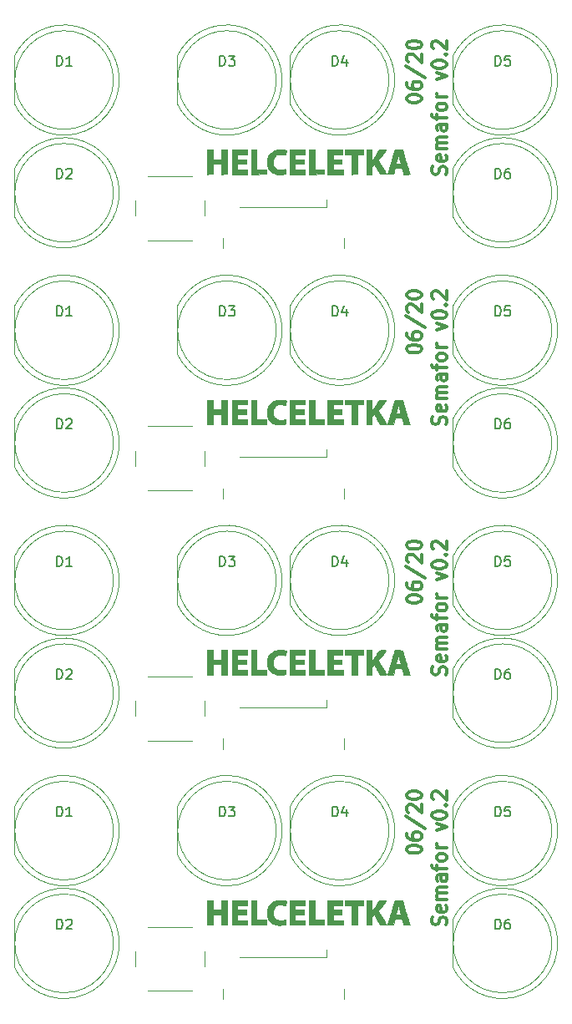
<source format=gbr>
G04 #@! TF.GenerationSoftware,KiCad,Pcbnew,(5.1.6)-1*
G04 #@! TF.CreationDate,2020-06-14T15:38:25+02:00*
G04 #@! TF.ProjectId,panel1,70616e65-6c31-42e6-9b69-6361645f7063,rev?*
G04 #@! TF.SameCoordinates,Original*
G04 #@! TF.FileFunction,Legend,Top*
G04 #@! TF.FilePolarity,Positive*
%FSLAX46Y46*%
G04 Gerber Fmt 4.6, Leading zero omitted, Abs format (unit mm)*
G04 Created by KiCad (PCBNEW (5.1.6)-1) date 2020-06-14 15:38:25*
%MOMM*%
%LPD*%
G01*
G04 APERTURE LIST*
%ADD10C,0.300000*%
%ADD11C,0.120000*%
%ADD12C,0.010000*%
%ADD13C,0.150000*%
G04 APERTURE END LIST*
D10*
X90449572Y-133752196D02*
X90449572Y-133618862D01*
X90521001Y-133485529D01*
X90592429Y-133418862D01*
X90735286Y-133352196D01*
X91021001Y-133285529D01*
X91378143Y-133285529D01*
X91663858Y-133352196D01*
X91806715Y-133418862D01*
X91878143Y-133485529D01*
X91949572Y-133618862D01*
X91949572Y-133752196D01*
X91878143Y-133885529D01*
X91806715Y-133952196D01*
X91663858Y-134018862D01*
X91378143Y-134085529D01*
X91021001Y-134085529D01*
X90735286Y-134018862D01*
X90592429Y-133952196D01*
X90521001Y-133885529D01*
X90449572Y-133752196D01*
X90449572Y-132085529D02*
X90449572Y-132352196D01*
X90521001Y-132485529D01*
X90592429Y-132552196D01*
X90806715Y-132685529D01*
X91092429Y-132752196D01*
X91663858Y-132752196D01*
X91806715Y-132685529D01*
X91878143Y-132618862D01*
X91949572Y-132485529D01*
X91949572Y-132218862D01*
X91878143Y-132085529D01*
X91806715Y-132018862D01*
X91663858Y-131952196D01*
X91306715Y-131952196D01*
X91163858Y-132018862D01*
X91092429Y-132085529D01*
X91021001Y-132218862D01*
X91021001Y-132485529D01*
X91092429Y-132618862D01*
X91163858Y-132685529D01*
X91306715Y-132752196D01*
X90378143Y-130352196D02*
X92306715Y-131552196D01*
X90592429Y-129952196D02*
X90521001Y-129885529D01*
X90449572Y-129752196D01*
X90449572Y-129418862D01*
X90521001Y-129285529D01*
X90592429Y-129218862D01*
X90735286Y-129152196D01*
X90878143Y-129152196D01*
X91092429Y-129218862D01*
X91949572Y-130018862D01*
X91949572Y-129152196D01*
X90449572Y-128285529D02*
X90449572Y-128152196D01*
X90521001Y-128018862D01*
X90592429Y-127952196D01*
X90735286Y-127885529D01*
X91021001Y-127818862D01*
X91378143Y-127818862D01*
X91663858Y-127885529D01*
X91806715Y-127952196D01*
X91878143Y-128018862D01*
X91949572Y-128152196D01*
X91949572Y-128285529D01*
X91878143Y-128418862D01*
X91806715Y-128485529D01*
X91663858Y-128552196D01*
X91378143Y-128618862D01*
X91021001Y-128618862D01*
X90735286Y-128552196D01*
X90592429Y-128485529D01*
X90521001Y-128418862D01*
X90449572Y-128285529D01*
X94428143Y-141352196D02*
X94499572Y-141152196D01*
X94499572Y-140818862D01*
X94428143Y-140685529D01*
X94356715Y-140618862D01*
X94213858Y-140552196D01*
X94071001Y-140552196D01*
X93928143Y-140618862D01*
X93856715Y-140685529D01*
X93785286Y-140818862D01*
X93713858Y-141085529D01*
X93642429Y-141218862D01*
X93571001Y-141285529D01*
X93428143Y-141352196D01*
X93285286Y-141352196D01*
X93142429Y-141285529D01*
X93071001Y-141218862D01*
X92999572Y-141085529D01*
X92999572Y-140752196D01*
X93071001Y-140552196D01*
X94428143Y-139418862D02*
X94499572Y-139552196D01*
X94499572Y-139818862D01*
X94428143Y-139952196D01*
X94285286Y-140018862D01*
X93713858Y-140018862D01*
X93571001Y-139952196D01*
X93499572Y-139818862D01*
X93499572Y-139552196D01*
X93571001Y-139418862D01*
X93713858Y-139352196D01*
X93856715Y-139352196D01*
X93999572Y-140018862D01*
X94499572Y-138752196D02*
X93499572Y-138752196D01*
X93642429Y-138752196D02*
X93571001Y-138685529D01*
X93499572Y-138552196D01*
X93499572Y-138352196D01*
X93571001Y-138218862D01*
X93713858Y-138152196D01*
X94499572Y-138152196D01*
X93713858Y-138152196D02*
X93571001Y-138085529D01*
X93499572Y-137952196D01*
X93499572Y-137752196D01*
X93571001Y-137618862D01*
X93713858Y-137552196D01*
X94499572Y-137552196D01*
X94499572Y-136285529D02*
X93713858Y-136285529D01*
X93571001Y-136352196D01*
X93499572Y-136485529D01*
X93499572Y-136752196D01*
X93571001Y-136885529D01*
X94428143Y-136285529D02*
X94499572Y-136418862D01*
X94499572Y-136752196D01*
X94428143Y-136885529D01*
X94285286Y-136952196D01*
X94142429Y-136952196D01*
X93999572Y-136885529D01*
X93928143Y-136752196D01*
X93928143Y-136418862D01*
X93856715Y-136285529D01*
X93499572Y-135818862D02*
X93499572Y-135285529D01*
X94499572Y-135618862D02*
X93213858Y-135618862D01*
X93071001Y-135552196D01*
X92999572Y-135418862D01*
X92999572Y-135285529D01*
X94499572Y-134618862D02*
X94428143Y-134752196D01*
X94356715Y-134818862D01*
X94213858Y-134885529D01*
X93785286Y-134885529D01*
X93642429Y-134818862D01*
X93571001Y-134752196D01*
X93499572Y-134618862D01*
X93499572Y-134418862D01*
X93571001Y-134285529D01*
X93642429Y-134218862D01*
X93785286Y-134152196D01*
X94213858Y-134152196D01*
X94356715Y-134218862D01*
X94428143Y-134285529D01*
X94499572Y-134418862D01*
X94499572Y-134618862D01*
X94499572Y-133552196D02*
X93499572Y-133552196D01*
X93785286Y-133552196D02*
X93642429Y-133485529D01*
X93571001Y-133418862D01*
X93499572Y-133285529D01*
X93499572Y-133152196D01*
X93499572Y-131752196D02*
X94499572Y-131418862D01*
X93499572Y-131085529D01*
X92999572Y-130285529D02*
X92999572Y-130152196D01*
X93071001Y-130018862D01*
X93142429Y-129952196D01*
X93285286Y-129885529D01*
X93571001Y-129818862D01*
X93928143Y-129818862D01*
X94213858Y-129885529D01*
X94356715Y-129952196D01*
X94428143Y-130018862D01*
X94499572Y-130152196D01*
X94499572Y-130285529D01*
X94428143Y-130418862D01*
X94356715Y-130485529D01*
X94213858Y-130552196D01*
X93928143Y-130618862D01*
X93571001Y-130618862D01*
X93285286Y-130552196D01*
X93142429Y-130485529D01*
X93071001Y-130418862D01*
X92999572Y-130285529D01*
X94356715Y-129218862D02*
X94428143Y-129152196D01*
X94499572Y-129218862D01*
X94428143Y-129285529D01*
X94356715Y-129218862D01*
X94499572Y-129218862D01*
X93142429Y-128618862D02*
X93071001Y-128552196D01*
X92999572Y-128418862D01*
X92999572Y-128085529D01*
X93071001Y-127952196D01*
X93142429Y-127885529D01*
X93285286Y-127818862D01*
X93428143Y-127818862D01*
X93642429Y-127885529D01*
X94499572Y-128685529D01*
X94499572Y-127818862D01*
X90449572Y-108390131D02*
X90449572Y-108256797D01*
X90521001Y-108123464D01*
X90592429Y-108056797D01*
X90735286Y-107990131D01*
X91021001Y-107923464D01*
X91378143Y-107923464D01*
X91663858Y-107990131D01*
X91806715Y-108056797D01*
X91878143Y-108123464D01*
X91949572Y-108256797D01*
X91949572Y-108390131D01*
X91878143Y-108523464D01*
X91806715Y-108590131D01*
X91663858Y-108656797D01*
X91378143Y-108723464D01*
X91021001Y-108723464D01*
X90735286Y-108656797D01*
X90592429Y-108590131D01*
X90521001Y-108523464D01*
X90449572Y-108390131D01*
X90449572Y-106723464D02*
X90449572Y-106990131D01*
X90521001Y-107123464D01*
X90592429Y-107190131D01*
X90806715Y-107323464D01*
X91092429Y-107390131D01*
X91663858Y-107390131D01*
X91806715Y-107323464D01*
X91878143Y-107256797D01*
X91949572Y-107123464D01*
X91949572Y-106856797D01*
X91878143Y-106723464D01*
X91806715Y-106656797D01*
X91663858Y-106590131D01*
X91306715Y-106590131D01*
X91163858Y-106656797D01*
X91092429Y-106723464D01*
X91021001Y-106856797D01*
X91021001Y-107123464D01*
X91092429Y-107256797D01*
X91163858Y-107323464D01*
X91306715Y-107390131D01*
X90378143Y-104990131D02*
X92306715Y-106190131D01*
X90592429Y-104590131D02*
X90521001Y-104523464D01*
X90449572Y-104390131D01*
X90449572Y-104056797D01*
X90521001Y-103923464D01*
X90592429Y-103856797D01*
X90735286Y-103790131D01*
X90878143Y-103790131D01*
X91092429Y-103856797D01*
X91949572Y-104656797D01*
X91949572Y-103790131D01*
X90449572Y-102923464D02*
X90449572Y-102790131D01*
X90521001Y-102656797D01*
X90592429Y-102590131D01*
X90735286Y-102523464D01*
X91021001Y-102456797D01*
X91378143Y-102456797D01*
X91663858Y-102523464D01*
X91806715Y-102590131D01*
X91878143Y-102656797D01*
X91949572Y-102790131D01*
X91949572Y-102923464D01*
X91878143Y-103056797D01*
X91806715Y-103123464D01*
X91663858Y-103190131D01*
X91378143Y-103256797D01*
X91021001Y-103256797D01*
X90735286Y-103190131D01*
X90592429Y-103123464D01*
X90521001Y-103056797D01*
X90449572Y-102923464D01*
X94428143Y-115990131D02*
X94499572Y-115790131D01*
X94499572Y-115456797D01*
X94428143Y-115323464D01*
X94356715Y-115256797D01*
X94213858Y-115190131D01*
X94071001Y-115190131D01*
X93928143Y-115256797D01*
X93856715Y-115323464D01*
X93785286Y-115456797D01*
X93713858Y-115723464D01*
X93642429Y-115856797D01*
X93571001Y-115923464D01*
X93428143Y-115990131D01*
X93285286Y-115990131D01*
X93142429Y-115923464D01*
X93071001Y-115856797D01*
X92999572Y-115723464D01*
X92999572Y-115390131D01*
X93071001Y-115190131D01*
X94428143Y-114056797D02*
X94499572Y-114190131D01*
X94499572Y-114456797D01*
X94428143Y-114590131D01*
X94285286Y-114656797D01*
X93713858Y-114656797D01*
X93571001Y-114590131D01*
X93499572Y-114456797D01*
X93499572Y-114190131D01*
X93571001Y-114056797D01*
X93713858Y-113990131D01*
X93856715Y-113990131D01*
X93999572Y-114656797D01*
X94499572Y-113390131D02*
X93499572Y-113390131D01*
X93642429Y-113390131D02*
X93571001Y-113323464D01*
X93499572Y-113190131D01*
X93499572Y-112990131D01*
X93571001Y-112856797D01*
X93713858Y-112790131D01*
X94499572Y-112790131D01*
X93713858Y-112790131D02*
X93571001Y-112723464D01*
X93499572Y-112590131D01*
X93499572Y-112390131D01*
X93571001Y-112256797D01*
X93713858Y-112190131D01*
X94499572Y-112190131D01*
X94499572Y-110923464D02*
X93713858Y-110923464D01*
X93571001Y-110990131D01*
X93499572Y-111123464D01*
X93499572Y-111390131D01*
X93571001Y-111523464D01*
X94428143Y-110923464D02*
X94499572Y-111056797D01*
X94499572Y-111390131D01*
X94428143Y-111523464D01*
X94285286Y-111590131D01*
X94142429Y-111590131D01*
X93999572Y-111523464D01*
X93928143Y-111390131D01*
X93928143Y-111056797D01*
X93856715Y-110923464D01*
X93499572Y-110456797D02*
X93499572Y-109923464D01*
X94499572Y-110256797D02*
X93213858Y-110256797D01*
X93071001Y-110190131D01*
X92999572Y-110056797D01*
X92999572Y-109923464D01*
X94499572Y-109256797D02*
X94428143Y-109390131D01*
X94356715Y-109456797D01*
X94213858Y-109523464D01*
X93785286Y-109523464D01*
X93642429Y-109456797D01*
X93571001Y-109390131D01*
X93499572Y-109256797D01*
X93499572Y-109056797D01*
X93571001Y-108923464D01*
X93642429Y-108856797D01*
X93785286Y-108790131D01*
X94213858Y-108790131D01*
X94356715Y-108856797D01*
X94428143Y-108923464D01*
X94499572Y-109056797D01*
X94499572Y-109256797D01*
X94499572Y-108190131D02*
X93499572Y-108190131D01*
X93785286Y-108190131D02*
X93642429Y-108123464D01*
X93571001Y-108056797D01*
X93499572Y-107923464D01*
X93499572Y-107790131D01*
X93499572Y-106390131D02*
X94499572Y-106056797D01*
X93499572Y-105723464D01*
X92999572Y-104923464D02*
X92999572Y-104790131D01*
X93071001Y-104656797D01*
X93142429Y-104590131D01*
X93285286Y-104523464D01*
X93571001Y-104456797D01*
X93928143Y-104456797D01*
X94213858Y-104523464D01*
X94356715Y-104590131D01*
X94428143Y-104656797D01*
X94499572Y-104790131D01*
X94499572Y-104923464D01*
X94428143Y-105056797D01*
X94356715Y-105123464D01*
X94213858Y-105190131D01*
X93928143Y-105256797D01*
X93571001Y-105256797D01*
X93285286Y-105190131D01*
X93142429Y-105123464D01*
X93071001Y-105056797D01*
X92999572Y-104923464D01*
X94356715Y-103856797D02*
X94428143Y-103790131D01*
X94499572Y-103856797D01*
X94428143Y-103923464D01*
X94356715Y-103856797D01*
X94499572Y-103856797D01*
X93142429Y-103256797D02*
X93071001Y-103190131D01*
X92999572Y-103056797D01*
X92999572Y-102723464D01*
X93071001Y-102590131D01*
X93142429Y-102523464D01*
X93285286Y-102456797D01*
X93428143Y-102456797D01*
X93642429Y-102523464D01*
X94499572Y-103323464D01*
X94499572Y-102456797D01*
X90449572Y-83028066D02*
X90449572Y-82894732D01*
X90521001Y-82761399D01*
X90592429Y-82694732D01*
X90735286Y-82628066D01*
X91021001Y-82561399D01*
X91378143Y-82561399D01*
X91663858Y-82628066D01*
X91806715Y-82694732D01*
X91878143Y-82761399D01*
X91949572Y-82894732D01*
X91949572Y-83028066D01*
X91878143Y-83161399D01*
X91806715Y-83228066D01*
X91663858Y-83294732D01*
X91378143Y-83361399D01*
X91021001Y-83361399D01*
X90735286Y-83294732D01*
X90592429Y-83228066D01*
X90521001Y-83161399D01*
X90449572Y-83028066D01*
X90449572Y-81361399D02*
X90449572Y-81628066D01*
X90521001Y-81761399D01*
X90592429Y-81828066D01*
X90806715Y-81961399D01*
X91092429Y-82028066D01*
X91663858Y-82028066D01*
X91806715Y-81961399D01*
X91878143Y-81894732D01*
X91949572Y-81761399D01*
X91949572Y-81494732D01*
X91878143Y-81361399D01*
X91806715Y-81294732D01*
X91663858Y-81228066D01*
X91306715Y-81228066D01*
X91163858Y-81294732D01*
X91092429Y-81361399D01*
X91021001Y-81494732D01*
X91021001Y-81761399D01*
X91092429Y-81894732D01*
X91163858Y-81961399D01*
X91306715Y-82028066D01*
X90378143Y-79628066D02*
X92306715Y-80828066D01*
X90592429Y-79228066D02*
X90521001Y-79161399D01*
X90449572Y-79028066D01*
X90449572Y-78694732D01*
X90521001Y-78561399D01*
X90592429Y-78494732D01*
X90735286Y-78428066D01*
X90878143Y-78428066D01*
X91092429Y-78494732D01*
X91949572Y-79294732D01*
X91949572Y-78428066D01*
X90449572Y-77561399D02*
X90449572Y-77428066D01*
X90521001Y-77294732D01*
X90592429Y-77228066D01*
X90735286Y-77161399D01*
X91021001Y-77094732D01*
X91378143Y-77094732D01*
X91663858Y-77161399D01*
X91806715Y-77228066D01*
X91878143Y-77294732D01*
X91949572Y-77428066D01*
X91949572Y-77561399D01*
X91878143Y-77694732D01*
X91806715Y-77761399D01*
X91663858Y-77828066D01*
X91378143Y-77894732D01*
X91021001Y-77894732D01*
X90735286Y-77828066D01*
X90592429Y-77761399D01*
X90521001Y-77694732D01*
X90449572Y-77561399D01*
X94428143Y-90628066D02*
X94499572Y-90428066D01*
X94499572Y-90094732D01*
X94428143Y-89961399D01*
X94356715Y-89894732D01*
X94213858Y-89828066D01*
X94071001Y-89828066D01*
X93928143Y-89894732D01*
X93856715Y-89961399D01*
X93785286Y-90094732D01*
X93713858Y-90361399D01*
X93642429Y-90494732D01*
X93571001Y-90561399D01*
X93428143Y-90628066D01*
X93285286Y-90628066D01*
X93142429Y-90561399D01*
X93071001Y-90494732D01*
X92999572Y-90361399D01*
X92999572Y-90028066D01*
X93071001Y-89828066D01*
X94428143Y-88694732D02*
X94499572Y-88828066D01*
X94499572Y-89094732D01*
X94428143Y-89228066D01*
X94285286Y-89294732D01*
X93713858Y-89294732D01*
X93571001Y-89228066D01*
X93499572Y-89094732D01*
X93499572Y-88828066D01*
X93571001Y-88694732D01*
X93713858Y-88628066D01*
X93856715Y-88628066D01*
X93999572Y-89294732D01*
X94499572Y-88028066D02*
X93499572Y-88028066D01*
X93642429Y-88028066D02*
X93571001Y-87961399D01*
X93499572Y-87828066D01*
X93499572Y-87628066D01*
X93571001Y-87494732D01*
X93713858Y-87428066D01*
X94499572Y-87428066D01*
X93713858Y-87428066D02*
X93571001Y-87361399D01*
X93499572Y-87228066D01*
X93499572Y-87028066D01*
X93571001Y-86894732D01*
X93713858Y-86828066D01*
X94499572Y-86828066D01*
X94499572Y-85561399D02*
X93713858Y-85561399D01*
X93571001Y-85628066D01*
X93499572Y-85761399D01*
X93499572Y-86028066D01*
X93571001Y-86161399D01*
X94428143Y-85561399D02*
X94499572Y-85694732D01*
X94499572Y-86028066D01*
X94428143Y-86161399D01*
X94285286Y-86228066D01*
X94142429Y-86228066D01*
X93999572Y-86161399D01*
X93928143Y-86028066D01*
X93928143Y-85694732D01*
X93856715Y-85561399D01*
X93499572Y-85094732D02*
X93499572Y-84561399D01*
X94499572Y-84894732D02*
X93213858Y-84894732D01*
X93071001Y-84828066D01*
X92999572Y-84694732D01*
X92999572Y-84561399D01*
X94499572Y-83894732D02*
X94428143Y-84028066D01*
X94356715Y-84094732D01*
X94213858Y-84161399D01*
X93785286Y-84161399D01*
X93642429Y-84094732D01*
X93571001Y-84028066D01*
X93499572Y-83894732D01*
X93499572Y-83694732D01*
X93571001Y-83561399D01*
X93642429Y-83494732D01*
X93785286Y-83428066D01*
X94213858Y-83428066D01*
X94356715Y-83494732D01*
X94428143Y-83561399D01*
X94499572Y-83694732D01*
X94499572Y-83894732D01*
X94499572Y-82828066D02*
X93499572Y-82828066D01*
X93785286Y-82828066D02*
X93642429Y-82761399D01*
X93571001Y-82694732D01*
X93499572Y-82561399D01*
X93499572Y-82428066D01*
X93499572Y-81028066D02*
X94499572Y-80694732D01*
X93499572Y-80361399D01*
X92999572Y-79561399D02*
X92999572Y-79428066D01*
X93071001Y-79294732D01*
X93142429Y-79228066D01*
X93285286Y-79161399D01*
X93571001Y-79094732D01*
X93928143Y-79094732D01*
X94213858Y-79161399D01*
X94356715Y-79228066D01*
X94428143Y-79294732D01*
X94499572Y-79428066D01*
X94499572Y-79561399D01*
X94428143Y-79694732D01*
X94356715Y-79761399D01*
X94213858Y-79828066D01*
X93928143Y-79894732D01*
X93571001Y-79894732D01*
X93285286Y-79828066D01*
X93142429Y-79761399D01*
X93071001Y-79694732D01*
X92999572Y-79561399D01*
X94356715Y-78494732D02*
X94428143Y-78428066D01*
X94499572Y-78494732D01*
X94428143Y-78561399D01*
X94356715Y-78494732D01*
X94499572Y-78494732D01*
X93142429Y-77894732D02*
X93071001Y-77828066D01*
X92999572Y-77694732D01*
X92999572Y-77361399D01*
X93071001Y-77228066D01*
X93142429Y-77161399D01*
X93285286Y-77094732D01*
X93428143Y-77094732D01*
X93642429Y-77161399D01*
X94499572Y-77961399D01*
X94499572Y-77094732D01*
X90449572Y-57666001D02*
X90449572Y-57532667D01*
X90521001Y-57399334D01*
X90592429Y-57332667D01*
X90735286Y-57266001D01*
X91021001Y-57199334D01*
X91378143Y-57199334D01*
X91663858Y-57266001D01*
X91806715Y-57332667D01*
X91878143Y-57399334D01*
X91949572Y-57532667D01*
X91949572Y-57666001D01*
X91878143Y-57799334D01*
X91806715Y-57866001D01*
X91663858Y-57932667D01*
X91378143Y-57999334D01*
X91021001Y-57999334D01*
X90735286Y-57932667D01*
X90592429Y-57866001D01*
X90521001Y-57799334D01*
X90449572Y-57666001D01*
X90449572Y-55999334D02*
X90449572Y-56266001D01*
X90521001Y-56399334D01*
X90592429Y-56466001D01*
X90806715Y-56599334D01*
X91092429Y-56666001D01*
X91663858Y-56666001D01*
X91806715Y-56599334D01*
X91878143Y-56532667D01*
X91949572Y-56399334D01*
X91949572Y-56132667D01*
X91878143Y-55999334D01*
X91806715Y-55932667D01*
X91663858Y-55866001D01*
X91306715Y-55866001D01*
X91163858Y-55932667D01*
X91092429Y-55999334D01*
X91021001Y-56132667D01*
X91021001Y-56399334D01*
X91092429Y-56532667D01*
X91163858Y-56599334D01*
X91306715Y-56666001D01*
X90378143Y-54266001D02*
X92306715Y-55466001D01*
X90592429Y-53866001D02*
X90521001Y-53799334D01*
X90449572Y-53666001D01*
X90449572Y-53332667D01*
X90521001Y-53199334D01*
X90592429Y-53132667D01*
X90735286Y-53066001D01*
X90878143Y-53066001D01*
X91092429Y-53132667D01*
X91949572Y-53932667D01*
X91949572Y-53066001D01*
X90449572Y-52199334D02*
X90449572Y-52066001D01*
X90521001Y-51932667D01*
X90592429Y-51866001D01*
X90735286Y-51799334D01*
X91021001Y-51732667D01*
X91378143Y-51732667D01*
X91663858Y-51799334D01*
X91806715Y-51866001D01*
X91878143Y-51932667D01*
X91949572Y-52066001D01*
X91949572Y-52199334D01*
X91878143Y-52332667D01*
X91806715Y-52399334D01*
X91663858Y-52466001D01*
X91378143Y-52532667D01*
X91021001Y-52532667D01*
X90735286Y-52466001D01*
X90592429Y-52399334D01*
X90521001Y-52332667D01*
X90449572Y-52199334D01*
X94428143Y-65266001D02*
X94499572Y-65066001D01*
X94499572Y-64732667D01*
X94428143Y-64599334D01*
X94356715Y-64532667D01*
X94213858Y-64466001D01*
X94071001Y-64466001D01*
X93928143Y-64532667D01*
X93856715Y-64599334D01*
X93785286Y-64732667D01*
X93713858Y-64999334D01*
X93642429Y-65132667D01*
X93571001Y-65199334D01*
X93428143Y-65266001D01*
X93285286Y-65266001D01*
X93142429Y-65199334D01*
X93071001Y-65132667D01*
X92999572Y-64999334D01*
X92999572Y-64666001D01*
X93071001Y-64466001D01*
X94428143Y-63332667D02*
X94499572Y-63466001D01*
X94499572Y-63732667D01*
X94428143Y-63866001D01*
X94285286Y-63932667D01*
X93713858Y-63932667D01*
X93571001Y-63866001D01*
X93499572Y-63732667D01*
X93499572Y-63466001D01*
X93571001Y-63332667D01*
X93713858Y-63266001D01*
X93856715Y-63266001D01*
X93999572Y-63932667D01*
X94499572Y-62666001D02*
X93499572Y-62666001D01*
X93642429Y-62666001D02*
X93571001Y-62599334D01*
X93499572Y-62466001D01*
X93499572Y-62266001D01*
X93571001Y-62132667D01*
X93713858Y-62066001D01*
X94499572Y-62066001D01*
X93713858Y-62066001D02*
X93571001Y-61999334D01*
X93499572Y-61866001D01*
X93499572Y-61666001D01*
X93571001Y-61532667D01*
X93713858Y-61466001D01*
X94499572Y-61466001D01*
X94499572Y-60199334D02*
X93713858Y-60199334D01*
X93571001Y-60266001D01*
X93499572Y-60399334D01*
X93499572Y-60666001D01*
X93571001Y-60799334D01*
X94428143Y-60199334D02*
X94499572Y-60332667D01*
X94499572Y-60666001D01*
X94428143Y-60799334D01*
X94285286Y-60866001D01*
X94142429Y-60866001D01*
X93999572Y-60799334D01*
X93928143Y-60666001D01*
X93928143Y-60332667D01*
X93856715Y-60199334D01*
X93499572Y-59732667D02*
X93499572Y-59199334D01*
X94499572Y-59532667D02*
X93213858Y-59532667D01*
X93071001Y-59466001D01*
X92999572Y-59332667D01*
X92999572Y-59199334D01*
X94499572Y-58532667D02*
X94428143Y-58666001D01*
X94356715Y-58732667D01*
X94213858Y-58799334D01*
X93785286Y-58799334D01*
X93642429Y-58732667D01*
X93571001Y-58666001D01*
X93499572Y-58532667D01*
X93499572Y-58332667D01*
X93571001Y-58199334D01*
X93642429Y-58132667D01*
X93785286Y-58066001D01*
X94213858Y-58066001D01*
X94356715Y-58132667D01*
X94428143Y-58199334D01*
X94499572Y-58332667D01*
X94499572Y-58532667D01*
X94499572Y-57466001D02*
X93499572Y-57466001D01*
X93785286Y-57466001D02*
X93642429Y-57399334D01*
X93571001Y-57332667D01*
X93499572Y-57199334D01*
X93499572Y-57066001D01*
X93499572Y-55666001D02*
X94499572Y-55332667D01*
X93499572Y-54999334D01*
X92999572Y-54199334D02*
X92999572Y-54066001D01*
X93071001Y-53932667D01*
X93142429Y-53866001D01*
X93285286Y-53799334D01*
X93571001Y-53732667D01*
X93928143Y-53732667D01*
X94213858Y-53799334D01*
X94356715Y-53866001D01*
X94428143Y-53932667D01*
X94499572Y-54066001D01*
X94499572Y-54199334D01*
X94428143Y-54332667D01*
X94356715Y-54399334D01*
X94213858Y-54466001D01*
X93928143Y-54532667D01*
X93571001Y-54532667D01*
X93285286Y-54466001D01*
X93142429Y-54399334D01*
X93071001Y-54332667D01*
X92999572Y-54199334D01*
X94356715Y-53132667D02*
X94428143Y-53066001D01*
X94499572Y-53132667D01*
X94428143Y-53199334D01*
X94356715Y-53132667D01*
X94499572Y-53132667D01*
X93142429Y-52532667D02*
X93071001Y-52466001D01*
X92999572Y-52332667D01*
X92999572Y-51999334D01*
X93071001Y-51866001D01*
X93142429Y-51799334D01*
X93285286Y-51732667D01*
X93428143Y-51732667D01*
X93642429Y-51799334D01*
X94499572Y-52599334D01*
X94499572Y-51732667D01*
D11*
X95106001Y-140856196D02*
X95106001Y-145608196D01*
X105166001Y-143232196D02*
G75*
G03*
X105166001Y-143232196I-5000000J0D01*
G01*
X105755999Y-143236937D02*
G75*
G02*
X95106001Y-145608012I-5589998J4741D01*
G01*
X105755999Y-143227455D02*
G75*
G03*
X95106001Y-140856380I-5589998J-4741D01*
G01*
X95106001Y-129426196D02*
X95106001Y-134178196D01*
X105166001Y-131802196D02*
G75*
G03*
X105166001Y-131802196I-5000000J0D01*
G01*
X105755999Y-131806937D02*
G75*
G02*
X95106001Y-134178012I-5589998J4741D01*
G01*
X105755999Y-131797455D02*
G75*
G03*
X95106001Y-129426380I-5589998J-4741D01*
G01*
X78596001Y-129426196D02*
X78596001Y-134178196D01*
X88656001Y-131802196D02*
G75*
G03*
X88656001Y-131802196I-5000000J0D01*
G01*
X89245999Y-131806937D02*
G75*
G02*
X78596001Y-134178012I-5589998J4741D01*
G01*
X89245999Y-131797455D02*
G75*
G03*
X78596001Y-129426380I-5589998J-4741D01*
G01*
X67166001Y-129426196D02*
X67166001Y-134178196D01*
X77226001Y-131802196D02*
G75*
G03*
X77226001Y-131802196I-5000000J0D01*
G01*
X77815999Y-131806937D02*
G75*
G02*
X67166001Y-134178012I-5589998J4741D01*
G01*
X77815999Y-131797455D02*
G75*
G03*
X67166001Y-129426380I-5589998J-4741D01*
G01*
X50656001Y-140856196D02*
X50656001Y-145608196D01*
X60716001Y-143232196D02*
G75*
G03*
X60716001Y-143232196I-5000000J0D01*
G01*
X61305999Y-143236937D02*
G75*
G02*
X50656001Y-145608012I-5589998J4741D01*
G01*
X61305999Y-143227455D02*
G75*
G03*
X50656001Y-140856380I-5589998J-4741D01*
G01*
X50656001Y-129426196D02*
X50656001Y-134178196D01*
X60716001Y-131802196D02*
G75*
G03*
X60716001Y-131802196I-5000000J0D01*
G01*
X61305999Y-131806937D02*
G75*
G02*
X50656001Y-134178012I-5589998J4741D01*
G01*
X61305999Y-131797455D02*
G75*
G03*
X50656001Y-129426380I-5589998J-4741D01*
G01*
D12*
G36*
X77766351Y-138848332D02*
G01*
X77853209Y-138850216D01*
X77921204Y-138854286D01*
X77977834Y-138861216D01*
X78030596Y-138871682D01*
X78086988Y-138886359D01*
X78090555Y-138887361D01*
X78155384Y-138907857D01*
X78206741Y-138928270D01*
X78236482Y-138945194D01*
X78240427Y-138950015D01*
X78239544Y-138974269D01*
X78230841Y-139024159D01*
X78215735Y-139092741D01*
X78195643Y-139173068D01*
X78192473Y-139185004D01*
X78167696Y-139274460D01*
X78148555Y-139335062D01*
X78133341Y-139371017D01*
X78120341Y-139386533D01*
X78110334Y-139387034D01*
X77992134Y-139350800D01*
X77856118Y-139326280D01*
X77713597Y-139314295D01*
X77575879Y-139315666D01*
X77454271Y-139331214D01*
X77427576Y-139337448D01*
X77279845Y-139391974D01*
X77153638Y-139472230D01*
X77050337Y-139576719D01*
X76971323Y-139703948D01*
X76917978Y-139852419D01*
X76907199Y-139900811D01*
X76894973Y-140002659D01*
X76892998Y-140118747D01*
X76900524Y-140237236D01*
X76916800Y-140346283D01*
X76940973Y-140433780D01*
X77010650Y-140575354D01*
X77101610Y-140690769D01*
X77214020Y-140780127D01*
X77348046Y-140843531D01*
X77503855Y-140881083D01*
X77681615Y-140892887D01*
X77687001Y-140892847D01*
X77808955Y-140886868D01*
X77929503Y-140872295D01*
X78037391Y-140850843D01*
X78111940Y-140828021D01*
X78124596Y-140828340D01*
X78135837Y-140843301D01*
X78147350Y-140877770D01*
X78160819Y-140936616D01*
X78175440Y-141011424D01*
X78193464Y-141108899D01*
X78204780Y-141178501D01*
X78209197Y-141225591D01*
X78206521Y-141255530D01*
X78196560Y-141273678D01*
X78179121Y-141285397D01*
X78165368Y-141291416D01*
X78086560Y-141315890D01*
X77982199Y-141336858D01*
X77860480Y-141353651D01*
X77729598Y-141365597D01*
X77597749Y-141372025D01*
X77473127Y-141372265D01*
X77363927Y-141365644D01*
X77322934Y-141360393D01*
X77118431Y-141314128D01*
X76932237Y-141242634D01*
X76766424Y-141147310D01*
X76623068Y-141029557D01*
X76504241Y-140890776D01*
X76421167Y-140751462D01*
X76370609Y-140640056D01*
X76334426Y-140536881D01*
X76310589Y-140432258D01*
X76297067Y-140316509D01*
X76291832Y-140179955D01*
X76291574Y-140133396D01*
X76296026Y-139979130D01*
X76310910Y-139846931D01*
X76338583Y-139725975D01*
X76381404Y-139605440D01*
X76429926Y-139498396D01*
X76500182Y-139382311D01*
X76595204Y-139265625D01*
X76706974Y-139156231D01*
X76827476Y-139062025D01*
X76941934Y-138994183D01*
X77051222Y-138943494D01*
X77150186Y-138905632D01*
X77247167Y-138878883D01*
X77350507Y-138861530D01*
X77468547Y-138851860D01*
X77609629Y-138848156D01*
X77653134Y-138847957D01*
X77766351Y-138848332D01*
G37*
X77766351Y-138848332D02*
X77853209Y-138850216D01*
X77921204Y-138854286D01*
X77977834Y-138861216D01*
X78030596Y-138871682D01*
X78086988Y-138886359D01*
X78090555Y-138887361D01*
X78155384Y-138907857D01*
X78206741Y-138928270D01*
X78236482Y-138945194D01*
X78240427Y-138950015D01*
X78239544Y-138974269D01*
X78230841Y-139024159D01*
X78215735Y-139092741D01*
X78195643Y-139173068D01*
X78192473Y-139185004D01*
X78167696Y-139274460D01*
X78148555Y-139335062D01*
X78133341Y-139371017D01*
X78120341Y-139386533D01*
X78110334Y-139387034D01*
X77992134Y-139350800D01*
X77856118Y-139326280D01*
X77713597Y-139314295D01*
X77575879Y-139315666D01*
X77454271Y-139331214D01*
X77427576Y-139337448D01*
X77279845Y-139391974D01*
X77153638Y-139472230D01*
X77050337Y-139576719D01*
X76971323Y-139703948D01*
X76917978Y-139852419D01*
X76907199Y-139900811D01*
X76894973Y-140002659D01*
X76892998Y-140118747D01*
X76900524Y-140237236D01*
X76916800Y-140346283D01*
X76940973Y-140433780D01*
X77010650Y-140575354D01*
X77101610Y-140690769D01*
X77214020Y-140780127D01*
X77348046Y-140843531D01*
X77503855Y-140881083D01*
X77681615Y-140892887D01*
X77687001Y-140892847D01*
X77808955Y-140886868D01*
X77929503Y-140872295D01*
X78037391Y-140850843D01*
X78111940Y-140828021D01*
X78124596Y-140828340D01*
X78135837Y-140843301D01*
X78147350Y-140877770D01*
X78160819Y-140936616D01*
X78175440Y-141011424D01*
X78193464Y-141108899D01*
X78204780Y-141178501D01*
X78209197Y-141225591D01*
X78206521Y-141255530D01*
X78196560Y-141273678D01*
X78179121Y-141285397D01*
X78165368Y-141291416D01*
X78086560Y-141315890D01*
X77982199Y-141336858D01*
X77860480Y-141353651D01*
X77729598Y-141365597D01*
X77597749Y-141372025D01*
X77473127Y-141372265D01*
X77363927Y-141365644D01*
X77322934Y-141360393D01*
X77118431Y-141314128D01*
X76932237Y-141242634D01*
X76766424Y-141147310D01*
X76623068Y-141029557D01*
X76504241Y-140890776D01*
X76421167Y-140751462D01*
X76370609Y-140640056D01*
X76334426Y-140536881D01*
X76310589Y-140432258D01*
X76297067Y-140316509D01*
X76291832Y-140179955D01*
X76291574Y-140133396D01*
X76296026Y-139979130D01*
X76310910Y-139846931D01*
X76338583Y-139725975D01*
X76381404Y-139605440D01*
X76429926Y-139498396D01*
X76500182Y-139382311D01*
X76595204Y-139265625D01*
X76706974Y-139156231D01*
X76827476Y-139062025D01*
X76941934Y-138994183D01*
X77051222Y-138943494D01*
X77150186Y-138905632D01*
X77247167Y-138878883D01*
X77350507Y-138861530D01*
X77468547Y-138851860D01*
X77609629Y-138848156D01*
X77653134Y-138847957D01*
X77766351Y-138848332D01*
G36*
X70778201Y-139820129D02*
G01*
X71675668Y-139820129D01*
X71675668Y-138871863D01*
X72251622Y-138871863D01*
X72247278Y-140103763D01*
X72242935Y-141335663D01*
X71959301Y-141340305D01*
X71675668Y-141344948D01*
X71675668Y-140311196D01*
X70778698Y-140311196D01*
X70774216Y-140823429D01*
X70769735Y-141335663D01*
X70486101Y-141340305D01*
X70202468Y-141344948D01*
X70202468Y-138871863D01*
X70778201Y-138871863D01*
X70778201Y-139820129D01*
G37*
X70778201Y-139820129D02*
X71675668Y-139820129D01*
X71675668Y-138871863D01*
X72251622Y-138871863D01*
X72247278Y-140103763D01*
X72242935Y-141335663D01*
X71959301Y-141340305D01*
X71675668Y-141344948D01*
X71675668Y-140311196D01*
X70778698Y-140311196D01*
X70774216Y-140823429D01*
X70769735Y-141335663D01*
X70486101Y-141340305D01*
X70202468Y-141344948D01*
X70202468Y-138871863D01*
X70778201Y-138871863D01*
X70778201Y-139820129D01*
G36*
X74249534Y-139345996D02*
G01*
X73284335Y-139345996D01*
X73284335Y-139837063D01*
X74198734Y-139837063D01*
X74198734Y-140294263D01*
X73284335Y-140294263D01*
X73284335Y-140869996D01*
X74300335Y-140869996D01*
X74300335Y-141344129D01*
X72725535Y-141344129D01*
X72725535Y-138871863D01*
X74249534Y-138871863D01*
X74249534Y-139345996D01*
G37*
X74249534Y-139345996D02*
X73284335Y-139345996D01*
X73284335Y-139837063D01*
X74198734Y-139837063D01*
X74198734Y-140294263D01*
X73284335Y-140294263D01*
X73284335Y-140869996D01*
X74300335Y-140869996D01*
X74300335Y-141344129D01*
X72725535Y-141344129D01*
X72725535Y-138871863D01*
X74249534Y-138871863D01*
X74249534Y-139345996D01*
G36*
X75248601Y-140853063D02*
G01*
X76231664Y-140853063D01*
X76222268Y-141335663D01*
X74672868Y-141344471D01*
X74672868Y-138871863D01*
X75248601Y-138871863D01*
X75248601Y-140853063D01*
G37*
X75248601Y-140853063D02*
X76231664Y-140853063D01*
X76222268Y-141335663D01*
X74672868Y-141344471D01*
X74672868Y-138871863D01*
X75248601Y-138871863D01*
X75248601Y-140853063D01*
G36*
X80108468Y-139345996D02*
G01*
X79143268Y-139345996D01*
X79143268Y-139837063D01*
X80057668Y-139837063D01*
X80057668Y-140294263D01*
X79143268Y-140294263D01*
X79143268Y-140869996D01*
X80159268Y-140869996D01*
X80159268Y-141344129D01*
X78584468Y-141344129D01*
X78584468Y-138871863D01*
X80108468Y-138871863D01*
X80108468Y-139345996D01*
G37*
X80108468Y-139345996D02*
X79143268Y-139345996D01*
X79143268Y-139837063D01*
X80057668Y-139837063D01*
X80057668Y-140294263D01*
X79143268Y-140294263D01*
X79143268Y-140869996D01*
X80159268Y-140869996D01*
X80159268Y-141344129D01*
X78584468Y-141344129D01*
X78584468Y-138871863D01*
X80108468Y-138871863D01*
X80108468Y-139345996D01*
G36*
X81107535Y-140853063D02*
G01*
X82090598Y-140853063D01*
X82085899Y-141094363D01*
X82081201Y-141335663D01*
X80531801Y-141344471D01*
X80531801Y-138871863D01*
X81107535Y-138871863D01*
X81107535Y-140853063D01*
G37*
X81107535Y-140853063D02*
X82090598Y-140853063D01*
X82085899Y-141094363D01*
X82081201Y-141335663D01*
X80531801Y-141344471D01*
X80531801Y-138871863D01*
X81107535Y-138871863D01*
X81107535Y-140853063D01*
G36*
X83935401Y-139345996D02*
G01*
X82970201Y-139345996D01*
X82970201Y-139837063D01*
X83884601Y-139837063D01*
X83884601Y-140294263D01*
X82970201Y-140294263D01*
X82970201Y-140869996D01*
X83986201Y-140869996D01*
X83986201Y-141344129D01*
X82394468Y-141344129D01*
X82394468Y-138871863D01*
X83935401Y-138871863D01*
X83935401Y-139345996D01*
G37*
X83935401Y-139345996D02*
X82970201Y-139345996D01*
X82970201Y-139837063D01*
X83884601Y-139837063D01*
X83884601Y-140294263D01*
X82970201Y-140294263D01*
X82970201Y-140869996D01*
X83986201Y-140869996D01*
X83986201Y-141344129D01*
X82394468Y-141344129D01*
X82394468Y-138871863D01*
X83935401Y-138871863D01*
X83935401Y-139345996D01*
G36*
X86085934Y-139345996D02*
G01*
X85425805Y-139345996D01*
X85421437Y-140340829D01*
X85417068Y-141335663D01*
X85133434Y-141340305D01*
X84849801Y-141344948D01*
X84849801Y-139345996D01*
X84172468Y-139345996D01*
X84172468Y-138871863D01*
X86085934Y-138871863D01*
X86085934Y-139345996D01*
G37*
X86085934Y-139345996D02*
X85425805Y-139345996D01*
X85421437Y-140340829D01*
X85417068Y-141335663D01*
X85133434Y-141340305D01*
X84849801Y-141344948D01*
X84849801Y-139345996D01*
X84172468Y-139345996D01*
X84172468Y-138871863D01*
X86085934Y-138871863D01*
X86085934Y-139345996D01*
G36*
X86932601Y-139941087D02*
G01*
X87125042Y-139656241D01*
X87198978Y-139547006D01*
X87280949Y-139426237D01*
X87363680Y-139304630D01*
X87439896Y-139192883D01*
X87485744Y-139125863D01*
X87654004Y-138880329D01*
X88006030Y-138875748D01*
X88129184Y-138874894D01*
X88227710Y-138875786D01*
X88299235Y-138878343D01*
X88341386Y-138882487D01*
X88352295Y-138887385D01*
X88340877Y-138903981D01*
X88310879Y-138944152D01*
X88264649Y-139004848D01*
X88204535Y-139083016D01*
X88132884Y-139175605D01*
X88052043Y-139279563D01*
X87964359Y-139391839D01*
X87958915Y-139398794D01*
X87870770Y-139511903D01*
X87789345Y-139617349D01*
X87717000Y-139712008D01*
X87656091Y-139792750D01*
X87608978Y-139856450D01*
X87578018Y-139899980D01*
X87565569Y-139920213D01*
X87565475Y-139920557D01*
X87572918Y-139939944D01*
X87596512Y-139985169D01*
X87634546Y-140053297D01*
X87685311Y-140141392D01*
X87747098Y-140246518D01*
X87818195Y-140365739D01*
X87896894Y-140496120D01*
X87980383Y-140632929D01*
X88064627Y-140770902D01*
X88142766Y-140900140D01*
X88213124Y-141017779D01*
X88274024Y-141120958D01*
X88323791Y-141206812D01*
X88360749Y-141272480D01*
X88383222Y-141315099D01*
X88389533Y-141331805D01*
X88389525Y-141331814D01*
X88369706Y-141335682D01*
X88321501Y-141338608D01*
X88250382Y-141340449D01*
X88161818Y-141341067D01*
X88061283Y-141340323D01*
X88058337Y-141340281D01*
X87738735Y-141335663D01*
X87441502Y-140815550D01*
X87372439Y-140695116D01*
X87308586Y-140584562D01*
X87251892Y-140487201D01*
X87204305Y-140406348D01*
X87167776Y-140345315D01*
X87144253Y-140307418D01*
X87135801Y-140295830D01*
X87122229Y-140308351D01*
X87092891Y-140341597D01*
X87052917Y-140389641D01*
X87030027Y-140418009D01*
X86932719Y-140539796D01*
X86932660Y-140941963D01*
X86932601Y-141344129D01*
X86373801Y-141344129D01*
X86373801Y-138871863D01*
X86932601Y-138871863D01*
X86932601Y-139941087D01*
G37*
X86932601Y-139941087D02*
X87125042Y-139656241D01*
X87198978Y-139547006D01*
X87280949Y-139426237D01*
X87363680Y-139304630D01*
X87439896Y-139192883D01*
X87485744Y-139125863D01*
X87654004Y-138880329D01*
X88006030Y-138875748D01*
X88129184Y-138874894D01*
X88227710Y-138875786D01*
X88299235Y-138878343D01*
X88341386Y-138882487D01*
X88352295Y-138887385D01*
X88340877Y-138903981D01*
X88310879Y-138944152D01*
X88264649Y-139004848D01*
X88204535Y-139083016D01*
X88132884Y-139175605D01*
X88052043Y-139279563D01*
X87964359Y-139391839D01*
X87958915Y-139398794D01*
X87870770Y-139511903D01*
X87789345Y-139617349D01*
X87717000Y-139712008D01*
X87656091Y-139792750D01*
X87608978Y-139856450D01*
X87578018Y-139899980D01*
X87565569Y-139920213D01*
X87565475Y-139920557D01*
X87572918Y-139939944D01*
X87596512Y-139985169D01*
X87634546Y-140053297D01*
X87685311Y-140141392D01*
X87747098Y-140246518D01*
X87818195Y-140365739D01*
X87896894Y-140496120D01*
X87980383Y-140632929D01*
X88064627Y-140770902D01*
X88142766Y-140900140D01*
X88213124Y-141017779D01*
X88274024Y-141120958D01*
X88323791Y-141206812D01*
X88360749Y-141272480D01*
X88383222Y-141315099D01*
X88389533Y-141331805D01*
X88389525Y-141331814D01*
X88369706Y-141335682D01*
X88321501Y-141338608D01*
X88250382Y-141340449D01*
X88161818Y-141341067D01*
X88061283Y-141340323D01*
X88058337Y-141340281D01*
X87738735Y-141335663D01*
X87441502Y-140815550D01*
X87372439Y-140695116D01*
X87308586Y-140584562D01*
X87251892Y-140487201D01*
X87204305Y-140406348D01*
X87167776Y-140345315D01*
X87144253Y-140307418D01*
X87135801Y-140295830D01*
X87122229Y-140308351D01*
X87092891Y-140341597D01*
X87052917Y-140389641D01*
X87030027Y-140418009D01*
X86932719Y-140539796D01*
X86932660Y-140941963D01*
X86932601Y-141344129D01*
X86373801Y-141344129D01*
X86373801Y-138871863D01*
X86932601Y-138871863D01*
X86932601Y-139941087D01*
G36*
X89612293Y-138875776D02*
G01*
X89986214Y-138880329D01*
X90370125Y-140103690D01*
X90431440Y-140299537D01*
X90489511Y-140485915D01*
X90543572Y-140660318D01*
X90592860Y-140820239D01*
X90636612Y-140963172D01*
X90674063Y-141086608D01*
X90704450Y-141188042D01*
X90727009Y-141264967D01*
X90740976Y-141314877D01*
X90745587Y-141335263D01*
X90745496Y-141335590D01*
X90726605Y-141338346D01*
X90679440Y-141340733D01*
X90609594Y-141342594D01*
X90522659Y-141343775D01*
X90436975Y-141344129D01*
X90136993Y-141344129D01*
X90093949Y-141204429D01*
X90069811Y-141125724D01*
X90040541Y-141029747D01*
X90010756Y-140931659D01*
X89995947Y-140882696D01*
X89940990Y-140700662D01*
X89252955Y-140700662D01*
X89234439Y-140772629D01*
X89223102Y-140814761D01*
X89204591Y-140881405D01*
X89181155Y-140964543D01*
X89155047Y-141056157D01*
X89145295Y-141090129D01*
X89074668Y-141335663D01*
X88782568Y-141340296D01*
X88663611Y-141341197D01*
X88574703Y-141339697D01*
X88516991Y-141335845D01*
X88491624Y-141329689D01*
X88490468Y-141327702D01*
X88495268Y-141310019D01*
X88509043Y-141263030D01*
X88530857Y-141189811D01*
X88559775Y-141093441D01*
X88594861Y-140976996D01*
X88635178Y-140843555D01*
X88679790Y-140696193D01*
X88727762Y-140537990D01*
X88778158Y-140372022D01*
X88812298Y-140259727D01*
X89342943Y-140259727D01*
X89351264Y-140267394D01*
X89374017Y-140272463D01*
X89415848Y-140275457D01*
X89481404Y-140276902D01*
X89575332Y-140277322D01*
X89595846Y-140277329D01*
X89858180Y-140277329D01*
X89783582Y-140027563D01*
X89751513Y-139918357D01*
X89717444Y-139799275D01*
X89685184Y-139683816D01*
X89658547Y-139585474D01*
X89655681Y-139574596D01*
X89634367Y-139495689D01*
X89615135Y-139428775D01*
X89600024Y-139380668D01*
X89591076Y-139358183D01*
X89590791Y-139357811D01*
X89581877Y-139365735D01*
X89569735Y-139399624D01*
X89557260Y-139450944D01*
X89547054Y-139495545D01*
X89530111Y-139564039D01*
X89508056Y-139650342D01*
X89482510Y-139748372D01*
X89455097Y-139852044D01*
X89427438Y-139955277D01*
X89401156Y-140051985D01*
X89377875Y-140136087D01*
X89359216Y-140201498D01*
X89346803Y-140242136D01*
X89344407Y-140248935D01*
X89342943Y-140259727D01*
X88812298Y-140259727D01*
X88830041Y-140201366D01*
X88882476Y-140029100D01*
X88934527Y-139858301D01*
X88985257Y-139692048D01*
X89033731Y-139533416D01*
X89079013Y-139385483D01*
X89120166Y-139251328D01*
X89156256Y-139134026D01*
X89186345Y-139036657D01*
X89209498Y-138962296D01*
X89220761Y-138926576D01*
X89238372Y-138871222D01*
X89612293Y-138875776D01*
G37*
X89612293Y-138875776D02*
X89986214Y-138880329D01*
X90370125Y-140103690D01*
X90431440Y-140299537D01*
X90489511Y-140485915D01*
X90543572Y-140660318D01*
X90592860Y-140820239D01*
X90636612Y-140963172D01*
X90674063Y-141086608D01*
X90704450Y-141188042D01*
X90727009Y-141264967D01*
X90740976Y-141314877D01*
X90745587Y-141335263D01*
X90745496Y-141335590D01*
X90726605Y-141338346D01*
X90679440Y-141340733D01*
X90609594Y-141342594D01*
X90522659Y-141343775D01*
X90436975Y-141344129D01*
X90136993Y-141344129D01*
X90093949Y-141204429D01*
X90069811Y-141125724D01*
X90040541Y-141029747D01*
X90010756Y-140931659D01*
X89995947Y-140882696D01*
X89940990Y-140700662D01*
X89252955Y-140700662D01*
X89234439Y-140772629D01*
X89223102Y-140814761D01*
X89204591Y-140881405D01*
X89181155Y-140964543D01*
X89155047Y-141056157D01*
X89145295Y-141090129D01*
X89074668Y-141335663D01*
X88782568Y-141340296D01*
X88663611Y-141341197D01*
X88574703Y-141339697D01*
X88516991Y-141335845D01*
X88491624Y-141329689D01*
X88490468Y-141327702D01*
X88495268Y-141310019D01*
X88509043Y-141263030D01*
X88530857Y-141189811D01*
X88559775Y-141093441D01*
X88594861Y-140976996D01*
X88635178Y-140843555D01*
X88679790Y-140696193D01*
X88727762Y-140537990D01*
X88778158Y-140372022D01*
X88812298Y-140259727D01*
X89342943Y-140259727D01*
X89351264Y-140267394D01*
X89374017Y-140272463D01*
X89415848Y-140275457D01*
X89481404Y-140276902D01*
X89575332Y-140277322D01*
X89595846Y-140277329D01*
X89858180Y-140277329D01*
X89783582Y-140027563D01*
X89751513Y-139918357D01*
X89717444Y-139799275D01*
X89685184Y-139683816D01*
X89658547Y-139585474D01*
X89655681Y-139574596D01*
X89634367Y-139495689D01*
X89615135Y-139428775D01*
X89600024Y-139380668D01*
X89591076Y-139358183D01*
X89590791Y-139357811D01*
X89581877Y-139365735D01*
X89569735Y-139399624D01*
X89557260Y-139450944D01*
X89547054Y-139495545D01*
X89530111Y-139564039D01*
X89508056Y-139650342D01*
X89482510Y-139748372D01*
X89455097Y-139852044D01*
X89427438Y-139955277D01*
X89401156Y-140051985D01*
X89377875Y-140136087D01*
X89359216Y-140201498D01*
X89346803Y-140242136D01*
X89344407Y-140248935D01*
X89342943Y-140259727D01*
X88812298Y-140259727D01*
X88830041Y-140201366D01*
X88882476Y-140029100D01*
X88934527Y-139858301D01*
X88985257Y-139692048D01*
X89033731Y-139533416D01*
X89079013Y-139385483D01*
X89120166Y-139251328D01*
X89156256Y-139134026D01*
X89186345Y-139036657D01*
X89209498Y-138962296D01*
X89220761Y-138926576D01*
X89238372Y-138871222D01*
X89612293Y-138875776D01*
D11*
X82326001Y-144652196D02*
X73526001Y-144652196D01*
X84071001Y-147822196D02*
X84071001Y-148872196D01*
X71781001Y-147822196D02*
X71781001Y-148872196D01*
X82326001Y-144652196D02*
X82326001Y-143897196D01*
X68686001Y-141542196D02*
X64186001Y-141542196D01*
X69936001Y-145542196D02*
X69936001Y-144042196D01*
X64186001Y-148042196D02*
X68686001Y-148042196D01*
X62936001Y-144042196D02*
X62936001Y-145542196D01*
X95106001Y-115494131D02*
X95106001Y-120246131D01*
X105166001Y-117870131D02*
G75*
G03*
X105166001Y-117870131I-5000000J0D01*
G01*
X105755999Y-117874872D02*
G75*
G02*
X95106001Y-120245947I-5589998J4741D01*
G01*
X105755999Y-117865390D02*
G75*
G03*
X95106001Y-115494315I-5589998J-4741D01*
G01*
X95106001Y-104064131D02*
X95106001Y-108816131D01*
X105166001Y-106440131D02*
G75*
G03*
X105166001Y-106440131I-5000000J0D01*
G01*
X105755999Y-106444872D02*
G75*
G02*
X95106001Y-108815947I-5589998J4741D01*
G01*
X105755999Y-106435390D02*
G75*
G03*
X95106001Y-104064315I-5589998J-4741D01*
G01*
X78596001Y-104064131D02*
X78596001Y-108816131D01*
X88656001Y-106440131D02*
G75*
G03*
X88656001Y-106440131I-5000000J0D01*
G01*
X89245999Y-106444872D02*
G75*
G02*
X78596001Y-108815947I-5589998J4741D01*
G01*
X89245999Y-106435390D02*
G75*
G03*
X78596001Y-104064315I-5589998J-4741D01*
G01*
X67166001Y-104064131D02*
X67166001Y-108816131D01*
X77226001Y-106440131D02*
G75*
G03*
X77226001Y-106440131I-5000000J0D01*
G01*
X77815999Y-106444872D02*
G75*
G02*
X67166001Y-108815947I-5589998J4741D01*
G01*
X77815999Y-106435390D02*
G75*
G03*
X67166001Y-104064315I-5589998J-4741D01*
G01*
X50656001Y-115494131D02*
X50656001Y-120246131D01*
X60716001Y-117870131D02*
G75*
G03*
X60716001Y-117870131I-5000000J0D01*
G01*
X61305999Y-117874872D02*
G75*
G02*
X50656001Y-120245947I-5589998J4741D01*
G01*
X61305999Y-117865390D02*
G75*
G03*
X50656001Y-115494315I-5589998J-4741D01*
G01*
X50656001Y-104064131D02*
X50656001Y-108816131D01*
X60716001Y-106440131D02*
G75*
G03*
X60716001Y-106440131I-5000000J0D01*
G01*
X61305999Y-106444872D02*
G75*
G02*
X50656001Y-108815947I-5589998J4741D01*
G01*
X61305999Y-106435390D02*
G75*
G03*
X50656001Y-104064315I-5589998J-4741D01*
G01*
D12*
G36*
X77766351Y-113486267D02*
G01*
X77853209Y-113488151D01*
X77921204Y-113492221D01*
X77977834Y-113499151D01*
X78030596Y-113509617D01*
X78086988Y-113524294D01*
X78090555Y-113525296D01*
X78155384Y-113545792D01*
X78206741Y-113566205D01*
X78236482Y-113583129D01*
X78240427Y-113587950D01*
X78239544Y-113612204D01*
X78230841Y-113662094D01*
X78215735Y-113730676D01*
X78195643Y-113811003D01*
X78192473Y-113822939D01*
X78167696Y-113912395D01*
X78148555Y-113972997D01*
X78133341Y-114008952D01*
X78120341Y-114024468D01*
X78110334Y-114024969D01*
X77992134Y-113988735D01*
X77856118Y-113964215D01*
X77713597Y-113952230D01*
X77575879Y-113953601D01*
X77454271Y-113969149D01*
X77427576Y-113975383D01*
X77279845Y-114029909D01*
X77153638Y-114110165D01*
X77050337Y-114214654D01*
X76971323Y-114341883D01*
X76917978Y-114490354D01*
X76907199Y-114538746D01*
X76894973Y-114640594D01*
X76892998Y-114756682D01*
X76900524Y-114875171D01*
X76916800Y-114984218D01*
X76940973Y-115071715D01*
X77010650Y-115213289D01*
X77101610Y-115328704D01*
X77214020Y-115418062D01*
X77348046Y-115481466D01*
X77503855Y-115519018D01*
X77681615Y-115530822D01*
X77687001Y-115530782D01*
X77808955Y-115524803D01*
X77929503Y-115510230D01*
X78037391Y-115488778D01*
X78111940Y-115465956D01*
X78124596Y-115466275D01*
X78135837Y-115481236D01*
X78147350Y-115515705D01*
X78160819Y-115574551D01*
X78175440Y-115649359D01*
X78193464Y-115746834D01*
X78204780Y-115816436D01*
X78209197Y-115863526D01*
X78206521Y-115893465D01*
X78196560Y-115911613D01*
X78179121Y-115923332D01*
X78165368Y-115929351D01*
X78086560Y-115953825D01*
X77982199Y-115974793D01*
X77860480Y-115991586D01*
X77729598Y-116003532D01*
X77597749Y-116009960D01*
X77473127Y-116010200D01*
X77363927Y-116003579D01*
X77322934Y-115998328D01*
X77118431Y-115952063D01*
X76932237Y-115880569D01*
X76766424Y-115785245D01*
X76623068Y-115667492D01*
X76504241Y-115528711D01*
X76421167Y-115389397D01*
X76370609Y-115277991D01*
X76334426Y-115174816D01*
X76310589Y-115070193D01*
X76297067Y-114954444D01*
X76291832Y-114817890D01*
X76291574Y-114771331D01*
X76296026Y-114617065D01*
X76310910Y-114484866D01*
X76338583Y-114363910D01*
X76381404Y-114243375D01*
X76429926Y-114136331D01*
X76500182Y-114020246D01*
X76595204Y-113903560D01*
X76706974Y-113794166D01*
X76827476Y-113699960D01*
X76941934Y-113632118D01*
X77051222Y-113581429D01*
X77150186Y-113543567D01*
X77247167Y-113516818D01*
X77350507Y-113499465D01*
X77468547Y-113489795D01*
X77609629Y-113486091D01*
X77653134Y-113485892D01*
X77766351Y-113486267D01*
G37*
X77766351Y-113486267D02*
X77853209Y-113488151D01*
X77921204Y-113492221D01*
X77977834Y-113499151D01*
X78030596Y-113509617D01*
X78086988Y-113524294D01*
X78090555Y-113525296D01*
X78155384Y-113545792D01*
X78206741Y-113566205D01*
X78236482Y-113583129D01*
X78240427Y-113587950D01*
X78239544Y-113612204D01*
X78230841Y-113662094D01*
X78215735Y-113730676D01*
X78195643Y-113811003D01*
X78192473Y-113822939D01*
X78167696Y-113912395D01*
X78148555Y-113972997D01*
X78133341Y-114008952D01*
X78120341Y-114024468D01*
X78110334Y-114024969D01*
X77992134Y-113988735D01*
X77856118Y-113964215D01*
X77713597Y-113952230D01*
X77575879Y-113953601D01*
X77454271Y-113969149D01*
X77427576Y-113975383D01*
X77279845Y-114029909D01*
X77153638Y-114110165D01*
X77050337Y-114214654D01*
X76971323Y-114341883D01*
X76917978Y-114490354D01*
X76907199Y-114538746D01*
X76894973Y-114640594D01*
X76892998Y-114756682D01*
X76900524Y-114875171D01*
X76916800Y-114984218D01*
X76940973Y-115071715D01*
X77010650Y-115213289D01*
X77101610Y-115328704D01*
X77214020Y-115418062D01*
X77348046Y-115481466D01*
X77503855Y-115519018D01*
X77681615Y-115530822D01*
X77687001Y-115530782D01*
X77808955Y-115524803D01*
X77929503Y-115510230D01*
X78037391Y-115488778D01*
X78111940Y-115465956D01*
X78124596Y-115466275D01*
X78135837Y-115481236D01*
X78147350Y-115515705D01*
X78160819Y-115574551D01*
X78175440Y-115649359D01*
X78193464Y-115746834D01*
X78204780Y-115816436D01*
X78209197Y-115863526D01*
X78206521Y-115893465D01*
X78196560Y-115911613D01*
X78179121Y-115923332D01*
X78165368Y-115929351D01*
X78086560Y-115953825D01*
X77982199Y-115974793D01*
X77860480Y-115991586D01*
X77729598Y-116003532D01*
X77597749Y-116009960D01*
X77473127Y-116010200D01*
X77363927Y-116003579D01*
X77322934Y-115998328D01*
X77118431Y-115952063D01*
X76932237Y-115880569D01*
X76766424Y-115785245D01*
X76623068Y-115667492D01*
X76504241Y-115528711D01*
X76421167Y-115389397D01*
X76370609Y-115277991D01*
X76334426Y-115174816D01*
X76310589Y-115070193D01*
X76297067Y-114954444D01*
X76291832Y-114817890D01*
X76291574Y-114771331D01*
X76296026Y-114617065D01*
X76310910Y-114484866D01*
X76338583Y-114363910D01*
X76381404Y-114243375D01*
X76429926Y-114136331D01*
X76500182Y-114020246D01*
X76595204Y-113903560D01*
X76706974Y-113794166D01*
X76827476Y-113699960D01*
X76941934Y-113632118D01*
X77051222Y-113581429D01*
X77150186Y-113543567D01*
X77247167Y-113516818D01*
X77350507Y-113499465D01*
X77468547Y-113489795D01*
X77609629Y-113486091D01*
X77653134Y-113485892D01*
X77766351Y-113486267D01*
G36*
X70778201Y-114458064D02*
G01*
X71675668Y-114458064D01*
X71675668Y-113509798D01*
X72251622Y-113509798D01*
X72247278Y-114741698D01*
X72242935Y-115973598D01*
X71959301Y-115978240D01*
X71675668Y-115982883D01*
X71675668Y-114949131D01*
X70778698Y-114949131D01*
X70774216Y-115461364D01*
X70769735Y-115973598D01*
X70486101Y-115978240D01*
X70202468Y-115982883D01*
X70202468Y-113509798D01*
X70778201Y-113509798D01*
X70778201Y-114458064D01*
G37*
X70778201Y-114458064D02*
X71675668Y-114458064D01*
X71675668Y-113509798D01*
X72251622Y-113509798D01*
X72247278Y-114741698D01*
X72242935Y-115973598D01*
X71959301Y-115978240D01*
X71675668Y-115982883D01*
X71675668Y-114949131D01*
X70778698Y-114949131D01*
X70774216Y-115461364D01*
X70769735Y-115973598D01*
X70486101Y-115978240D01*
X70202468Y-115982883D01*
X70202468Y-113509798D01*
X70778201Y-113509798D01*
X70778201Y-114458064D01*
G36*
X74249534Y-113983931D02*
G01*
X73284335Y-113983931D01*
X73284335Y-114474998D01*
X74198734Y-114474998D01*
X74198734Y-114932198D01*
X73284335Y-114932198D01*
X73284335Y-115507931D01*
X74300335Y-115507931D01*
X74300335Y-115982064D01*
X72725535Y-115982064D01*
X72725535Y-113509798D01*
X74249534Y-113509798D01*
X74249534Y-113983931D01*
G37*
X74249534Y-113983931D02*
X73284335Y-113983931D01*
X73284335Y-114474998D01*
X74198734Y-114474998D01*
X74198734Y-114932198D01*
X73284335Y-114932198D01*
X73284335Y-115507931D01*
X74300335Y-115507931D01*
X74300335Y-115982064D01*
X72725535Y-115982064D01*
X72725535Y-113509798D01*
X74249534Y-113509798D01*
X74249534Y-113983931D01*
G36*
X75248601Y-115490998D02*
G01*
X76231664Y-115490998D01*
X76222268Y-115973598D01*
X74672868Y-115982406D01*
X74672868Y-113509798D01*
X75248601Y-113509798D01*
X75248601Y-115490998D01*
G37*
X75248601Y-115490998D02*
X76231664Y-115490998D01*
X76222268Y-115973598D01*
X74672868Y-115982406D01*
X74672868Y-113509798D01*
X75248601Y-113509798D01*
X75248601Y-115490998D01*
G36*
X80108468Y-113983931D02*
G01*
X79143268Y-113983931D01*
X79143268Y-114474998D01*
X80057668Y-114474998D01*
X80057668Y-114932198D01*
X79143268Y-114932198D01*
X79143268Y-115507931D01*
X80159268Y-115507931D01*
X80159268Y-115982064D01*
X78584468Y-115982064D01*
X78584468Y-113509798D01*
X80108468Y-113509798D01*
X80108468Y-113983931D01*
G37*
X80108468Y-113983931D02*
X79143268Y-113983931D01*
X79143268Y-114474998D01*
X80057668Y-114474998D01*
X80057668Y-114932198D01*
X79143268Y-114932198D01*
X79143268Y-115507931D01*
X80159268Y-115507931D01*
X80159268Y-115982064D01*
X78584468Y-115982064D01*
X78584468Y-113509798D01*
X80108468Y-113509798D01*
X80108468Y-113983931D01*
G36*
X81107535Y-115490998D02*
G01*
X82090598Y-115490998D01*
X82085899Y-115732298D01*
X82081201Y-115973598D01*
X80531801Y-115982406D01*
X80531801Y-113509798D01*
X81107535Y-113509798D01*
X81107535Y-115490998D01*
G37*
X81107535Y-115490998D02*
X82090598Y-115490998D01*
X82085899Y-115732298D01*
X82081201Y-115973598D01*
X80531801Y-115982406D01*
X80531801Y-113509798D01*
X81107535Y-113509798D01*
X81107535Y-115490998D01*
G36*
X83935401Y-113983931D02*
G01*
X82970201Y-113983931D01*
X82970201Y-114474998D01*
X83884601Y-114474998D01*
X83884601Y-114932198D01*
X82970201Y-114932198D01*
X82970201Y-115507931D01*
X83986201Y-115507931D01*
X83986201Y-115982064D01*
X82394468Y-115982064D01*
X82394468Y-113509798D01*
X83935401Y-113509798D01*
X83935401Y-113983931D01*
G37*
X83935401Y-113983931D02*
X82970201Y-113983931D01*
X82970201Y-114474998D01*
X83884601Y-114474998D01*
X83884601Y-114932198D01*
X82970201Y-114932198D01*
X82970201Y-115507931D01*
X83986201Y-115507931D01*
X83986201Y-115982064D01*
X82394468Y-115982064D01*
X82394468Y-113509798D01*
X83935401Y-113509798D01*
X83935401Y-113983931D01*
G36*
X86085934Y-113983931D02*
G01*
X85425805Y-113983931D01*
X85421437Y-114978764D01*
X85417068Y-115973598D01*
X85133434Y-115978240D01*
X84849801Y-115982883D01*
X84849801Y-113983931D01*
X84172468Y-113983931D01*
X84172468Y-113509798D01*
X86085934Y-113509798D01*
X86085934Y-113983931D01*
G37*
X86085934Y-113983931D02*
X85425805Y-113983931D01*
X85421437Y-114978764D01*
X85417068Y-115973598D01*
X85133434Y-115978240D01*
X84849801Y-115982883D01*
X84849801Y-113983931D01*
X84172468Y-113983931D01*
X84172468Y-113509798D01*
X86085934Y-113509798D01*
X86085934Y-113983931D01*
G36*
X86932601Y-114579022D02*
G01*
X87125042Y-114294176D01*
X87198978Y-114184941D01*
X87280949Y-114064172D01*
X87363680Y-113942565D01*
X87439896Y-113830818D01*
X87485744Y-113763798D01*
X87654004Y-113518264D01*
X88006030Y-113513683D01*
X88129184Y-113512829D01*
X88227710Y-113513721D01*
X88299235Y-113516278D01*
X88341386Y-113520422D01*
X88352295Y-113525320D01*
X88340877Y-113541916D01*
X88310879Y-113582087D01*
X88264649Y-113642783D01*
X88204535Y-113720951D01*
X88132884Y-113813540D01*
X88052043Y-113917498D01*
X87964359Y-114029774D01*
X87958915Y-114036729D01*
X87870770Y-114149838D01*
X87789345Y-114255284D01*
X87717000Y-114349943D01*
X87656091Y-114430685D01*
X87608978Y-114494385D01*
X87578018Y-114537915D01*
X87565569Y-114558148D01*
X87565475Y-114558492D01*
X87572918Y-114577879D01*
X87596512Y-114623104D01*
X87634546Y-114691232D01*
X87685311Y-114779327D01*
X87747098Y-114884453D01*
X87818195Y-115003674D01*
X87896894Y-115134055D01*
X87980383Y-115270864D01*
X88064627Y-115408837D01*
X88142766Y-115538075D01*
X88213124Y-115655714D01*
X88274024Y-115758893D01*
X88323791Y-115844747D01*
X88360749Y-115910415D01*
X88383222Y-115953034D01*
X88389533Y-115969740D01*
X88389525Y-115969749D01*
X88369706Y-115973617D01*
X88321501Y-115976543D01*
X88250382Y-115978384D01*
X88161818Y-115979002D01*
X88061283Y-115978258D01*
X88058337Y-115978216D01*
X87738735Y-115973598D01*
X87441502Y-115453485D01*
X87372439Y-115333051D01*
X87308586Y-115222497D01*
X87251892Y-115125136D01*
X87204305Y-115044283D01*
X87167776Y-114983250D01*
X87144253Y-114945353D01*
X87135801Y-114933765D01*
X87122229Y-114946286D01*
X87092891Y-114979532D01*
X87052917Y-115027576D01*
X87030027Y-115055944D01*
X86932719Y-115177731D01*
X86932660Y-115579898D01*
X86932601Y-115982064D01*
X86373801Y-115982064D01*
X86373801Y-113509798D01*
X86932601Y-113509798D01*
X86932601Y-114579022D01*
G37*
X86932601Y-114579022D02*
X87125042Y-114294176D01*
X87198978Y-114184941D01*
X87280949Y-114064172D01*
X87363680Y-113942565D01*
X87439896Y-113830818D01*
X87485744Y-113763798D01*
X87654004Y-113518264D01*
X88006030Y-113513683D01*
X88129184Y-113512829D01*
X88227710Y-113513721D01*
X88299235Y-113516278D01*
X88341386Y-113520422D01*
X88352295Y-113525320D01*
X88340877Y-113541916D01*
X88310879Y-113582087D01*
X88264649Y-113642783D01*
X88204535Y-113720951D01*
X88132884Y-113813540D01*
X88052043Y-113917498D01*
X87964359Y-114029774D01*
X87958915Y-114036729D01*
X87870770Y-114149838D01*
X87789345Y-114255284D01*
X87717000Y-114349943D01*
X87656091Y-114430685D01*
X87608978Y-114494385D01*
X87578018Y-114537915D01*
X87565569Y-114558148D01*
X87565475Y-114558492D01*
X87572918Y-114577879D01*
X87596512Y-114623104D01*
X87634546Y-114691232D01*
X87685311Y-114779327D01*
X87747098Y-114884453D01*
X87818195Y-115003674D01*
X87896894Y-115134055D01*
X87980383Y-115270864D01*
X88064627Y-115408837D01*
X88142766Y-115538075D01*
X88213124Y-115655714D01*
X88274024Y-115758893D01*
X88323791Y-115844747D01*
X88360749Y-115910415D01*
X88383222Y-115953034D01*
X88389533Y-115969740D01*
X88389525Y-115969749D01*
X88369706Y-115973617D01*
X88321501Y-115976543D01*
X88250382Y-115978384D01*
X88161818Y-115979002D01*
X88061283Y-115978258D01*
X88058337Y-115978216D01*
X87738735Y-115973598D01*
X87441502Y-115453485D01*
X87372439Y-115333051D01*
X87308586Y-115222497D01*
X87251892Y-115125136D01*
X87204305Y-115044283D01*
X87167776Y-114983250D01*
X87144253Y-114945353D01*
X87135801Y-114933765D01*
X87122229Y-114946286D01*
X87092891Y-114979532D01*
X87052917Y-115027576D01*
X87030027Y-115055944D01*
X86932719Y-115177731D01*
X86932660Y-115579898D01*
X86932601Y-115982064D01*
X86373801Y-115982064D01*
X86373801Y-113509798D01*
X86932601Y-113509798D01*
X86932601Y-114579022D01*
G36*
X89612293Y-113513711D02*
G01*
X89986214Y-113518264D01*
X90370125Y-114741625D01*
X90431440Y-114937472D01*
X90489511Y-115123850D01*
X90543572Y-115298253D01*
X90592860Y-115458174D01*
X90636612Y-115601107D01*
X90674063Y-115724543D01*
X90704450Y-115825977D01*
X90727009Y-115902902D01*
X90740976Y-115952812D01*
X90745587Y-115973198D01*
X90745496Y-115973525D01*
X90726605Y-115976281D01*
X90679440Y-115978668D01*
X90609594Y-115980529D01*
X90522659Y-115981710D01*
X90436975Y-115982064D01*
X90136993Y-115982064D01*
X90093949Y-115842364D01*
X90069811Y-115763659D01*
X90040541Y-115667682D01*
X90010756Y-115569594D01*
X89995947Y-115520631D01*
X89940990Y-115338597D01*
X89252955Y-115338597D01*
X89234439Y-115410564D01*
X89223102Y-115452696D01*
X89204591Y-115519340D01*
X89181155Y-115602478D01*
X89155047Y-115694092D01*
X89145295Y-115728064D01*
X89074668Y-115973598D01*
X88782568Y-115978231D01*
X88663611Y-115979132D01*
X88574703Y-115977632D01*
X88516991Y-115973780D01*
X88491624Y-115967624D01*
X88490468Y-115965637D01*
X88495268Y-115947954D01*
X88509043Y-115900965D01*
X88530857Y-115827746D01*
X88559775Y-115731376D01*
X88594861Y-115614931D01*
X88635178Y-115481490D01*
X88679790Y-115334128D01*
X88727762Y-115175925D01*
X88778158Y-115009957D01*
X88812298Y-114897662D01*
X89342943Y-114897662D01*
X89351264Y-114905329D01*
X89374017Y-114910398D01*
X89415848Y-114913392D01*
X89481404Y-114914837D01*
X89575332Y-114915257D01*
X89595846Y-114915264D01*
X89858180Y-114915264D01*
X89783582Y-114665498D01*
X89751513Y-114556292D01*
X89717444Y-114437210D01*
X89685184Y-114321751D01*
X89658547Y-114223409D01*
X89655681Y-114212531D01*
X89634367Y-114133624D01*
X89615135Y-114066710D01*
X89600024Y-114018603D01*
X89591076Y-113996118D01*
X89590791Y-113995746D01*
X89581877Y-114003670D01*
X89569735Y-114037559D01*
X89557260Y-114088879D01*
X89547054Y-114133480D01*
X89530111Y-114201974D01*
X89508056Y-114288277D01*
X89482510Y-114386307D01*
X89455097Y-114489979D01*
X89427438Y-114593212D01*
X89401156Y-114689920D01*
X89377875Y-114774022D01*
X89359216Y-114839433D01*
X89346803Y-114880071D01*
X89344407Y-114886870D01*
X89342943Y-114897662D01*
X88812298Y-114897662D01*
X88830041Y-114839301D01*
X88882476Y-114667035D01*
X88934527Y-114496236D01*
X88985257Y-114329983D01*
X89033731Y-114171351D01*
X89079013Y-114023418D01*
X89120166Y-113889263D01*
X89156256Y-113771961D01*
X89186345Y-113674592D01*
X89209498Y-113600231D01*
X89220761Y-113564511D01*
X89238372Y-113509157D01*
X89612293Y-113513711D01*
G37*
X89612293Y-113513711D02*
X89986214Y-113518264D01*
X90370125Y-114741625D01*
X90431440Y-114937472D01*
X90489511Y-115123850D01*
X90543572Y-115298253D01*
X90592860Y-115458174D01*
X90636612Y-115601107D01*
X90674063Y-115724543D01*
X90704450Y-115825977D01*
X90727009Y-115902902D01*
X90740976Y-115952812D01*
X90745587Y-115973198D01*
X90745496Y-115973525D01*
X90726605Y-115976281D01*
X90679440Y-115978668D01*
X90609594Y-115980529D01*
X90522659Y-115981710D01*
X90436975Y-115982064D01*
X90136993Y-115982064D01*
X90093949Y-115842364D01*
X90069811Y-115763659D01*
X90040541Y-115667682D01*
X90010756Y-115569594D01*
X89995947Y-115520631D01*
X89940990Y-115338597D01*
X89252955Y-115338597D01*
X89234439Y-115410564D01*
X89223102Y-115452696D01*
X89204591Y-115519340D01*
X89181155Y-115602478D01*
X89155047Y-115694092D01*
X89145295Y-115728064D01*
X89074668Y-115973598D01*
X88782568Y-115978231D01*
X88663611Y-115979132D01*
X88574703Y-115977632D01*
X88516991Y-115973780D01*
X88491624Y-115967624D01*
X88490468Y-115965637D01*
X88495268Y-115947954D01*
X88509043Y-115900965D01*
X88530857Y-115827746D01*
X88559775Y-115731376D01*
X88594861Y-115614931D01*
X88635178Y-115481490D01*
X88679790Y-115334128D01*
X88727762Y-115175925D01*
X88778158Y-115009957D01*
X88812298Y-114897662D01*
X89342943Y-114897662D01*
X89351264Y-114905329D01*
X89374017Y-114910398D01*
X89415848Y-114913392D01*
X89481404Y-114914837D01*
X89575332Y-114915257D01*
X89595846Y-114915264D01*
X89858180Y-114915264D01*
X89783582Y-114665498D01*
X89751513Y-114556292D01*
X89717444Y-114437210D01*
X89685184Y-114321751D01*
X89658547Y-114223409D01*
X89655681Y-114212531D01*
X89634367Y-114133624D01*
X89615135Y-114066710D01*
X89600024Y-114018603D01*
X89591076Y-113996118D01*
X89590791Y-113995746D01*
X89581877Y-114003670D01*
X89569735Y-114037559D01*
X89557260Y-114088879D01*
X89547054Y-114133480D01*
X89530111Y-114201974D01*
X89508056Y-114288277D01*
X89482510Y-114386307D01*
X89455097Y-114489979D01*
X89427438Y-114593212D01*
X89401156Y-114689920D01*
X89377875Y-114774022D01*
X89359216Y-114839433D01*
X89346803Y-114880071D01*
X89344407Y-114886870D01*
X89342943Y-114897662D01*
X88812298Y-114897662D01*
X88830041Y-114839301D01*
X88882476Y-114667035D01*
X88934527Y-114496236D01*
X88985257Y-114329983D01*
X89033731Y-114171351D01*
X89079013Y-114023418D01*
X89120166Y-113889263D01*
X89156256Y-113771961D01*
X89186345Y-113674592D01*
X89209498Y-113600231D01*
X89220761Y-113564511D01*
X89238372Y-113509157D01*
X89612293Y-113513711D01*
D11*
X82326001Y-119290131D02*
X73526001Y-119290131D01*
X84071001Y-122460131D02*
X84071001Y-123510131D01*
X71781001Y-122460131D02*
X71781001Y-123510131D01*
X82326001Y-119290131D02*
X82326001Y-118535131D01*
X68686001Y-116180131D02*
X64186001Y-116180131D01*
X69936001Y-120180131D02*
X69936001Y-118680131D01*
X64186001Y-122680131D02*
X68686001Y-122680131D01*
X62936001Y-118680131D02*
X62936001Y-120180131D01*
X95106001Y-90132066D02*
X95106001Y-94884066D01*
X105166001Y-92508066D02*
G75*
G03*
X105166001Y-92508066I-5000000J0D01*
G01*
X105755999Y-92512807D02*
G75*
G02*
X95106001Y-94883882I-5589998J4741D01*
G01*
X105755999Y-92503325D02*
G75*
G03*
X95106001Y-90132250I-5589998J-4741D01*
G01*
X95106001Y-78702066D02*
X95106001Y-83454066D01*
X105166001Y-81078066D02*
G75*
G03*
X105166001Y-81078066I-5000000J0D01*
G01*
X105755999Y-81082807D02*
G75*
G02*
X95106001Y-83453882I-5589998J4741D01*
G01*
X105755999Y-81073325D02*
G75*
G03*
X95106001Y-78702250I-5589998J-4741D01*
G01*
X78596001Y-78702066D02*
X78596001Y-83454066D01*
X88656001Y-81078066D02*
G75*
G03*
X88656001Y-81078066I-5000000J0D01*
G01*
X89245999Y-81082807D02*
G75*
G02*
X78596001Y-83453882I-5589998J4741D01*
G01*
X89245999Y-81073325D02*
G75*
G03*
X78596001Y-78702250I-5589998J-4741D01*
G01*
X67166001Y-78702066D02*
X67166001Y-83454066D01*
X77226001Y-81078066D02*
G75*
G03*
X77226001Y-81078066I-5000000J0D01*
G01*
X77815999Y-81082807D02*
G75*
G02*
X67166001Y-83453882I-5589998J4741D01*
G01*
X77815999Y-81073325D02*
G75*
G03*
X67166001Y-78702250I-5589998J-4741D01*
G01*
X50656001Y-90132066D02*
X50656001Y-94884066D01*
X60716001Y-92508066D02*
G75*
G03*
X60716001Y-92508066I-5000000J0D01*
G01*
X61305999Y-92512807D02*
G75*
G02*
X50656001Y-94883882I-5589998J4741D01*
G01*
X61305999Y-92503325D02*
G75*
G03*
X50656001Y-90132250I-5589998J-4741D01*
G01*
X50656001Y-78702066D02*
X50656001Y-83454066D01*
X60716001Y-81078066D02*
G75*
G03*
X60716001Y-81078066I-5000000J0D01*
G01*
X61305999Y-81082807D02*
G75*
G02*
X50656001Y-83453882I-5589998J4741D01*
G01*
X61305999Y-81073325D02*
G75*
G03*
X50656001Y-78702250I-5589998J-4741D01*
G01*
D12*
G36*
X77766351Y-88124202D02*
G01*
X77853209Y-88126086D01*
X77921204Y-88130156D01*
X77977834Y-88137086D01*
X78030596Y-88147552D01*
X78086988Y-88162229D01*
X78090555Y-88163231D01*
X78155384Y-88183727D01*
X78206741Y-88204140D01*
X78236482Y-88221064D01*
X78240427Y-88225885D01*
X78239544Y-88250139D01*
X78230841Y-88300029D01*
X78215735Y-88368611D01*
X78195643Y-88448938D01*
X78192473Y-88460874D01*
X78167696Y-88550330D01*
X78148555Y-88610932D01*
X78133341Y-88646887D01*
X78120341Y-88662403D01*
X78110334Y-88662904D01*
X77992134Y-88626670D01*
X77856118Y-88602150D01*
X77713597Y-88590165D01*
X77575879Y-88591536D01*
X77454271Y-88607084D01*
X77427576Y-88613318D01*
X77279845Y-88667844D01*
X77153638Y-88748100D01*
X77050337Y-88852589D01*
X76971323Y-88979818D01*
X76917978Y-89128289D01*
X76907199Y-89176681D01*
X76894973Y-89278529D01*
X76892998Y-89394617D01*
X76900524Y-89513106D01*
X76916800Y-89622153D01*
X76940973Y-89709650D01*
X77010650Y-89851224D01*
X77101610Y-89966639D01*
X77214020Y-90055997D01*
X77348046Y-90119401D01*
X77503855Y-90156953D01*
X77681615Y-90168757D01*
X77687001Y-90168717D01*
X77808955Y-90162738D01*
X77929503Y-90148165D01*
X78037391Y-90126713D01*
X78111940Y-90103891D01*
X78124596Y-90104210D01*
X78135837Y-90119171D01*
X78147350Y-90153640D01*
X78160819Y-90212486D01*
X78175440Y-90287294D01*
X78193464Y-90384769D01*
X78204780Y-90454371D01*
X78209197Y-90501461D01*
X78206521Y-90531400D01*
X78196560Y-90549548D01*
X78179121Y-90561267D01*
X78165368Y-90567286D01*
X78086560Y-90591760D01*
X77982199Y-90612728D01*
X77860480Y-90629521D01*
X77729598Y-90641467D01*
X77597749Y-90647895D01*
X77473127Y-90648135D01*
X77363927Y-90641514D01*
X77322934Y-90636263D01*
X77118431Y-90589998D01*
X76932237Y-90518504D01*
X76766424Y-90423180D01*
X76623068Y-90305427D01*
X76504241Y-90166646D01*
X76421167Y-90027332D01*
X76370609Y-89915926D01*
X76334426Y-89812751D01*
X76310589Y-89708128D01*
X76297067Y-89592379D01*
X76291832Y-89455825D01*
X76291574Y-89409266D01*
X76296026Y-89255000D01*
X76310910Y-89122801D01*
X76338583Y-89001845D01*
X76381404Y-88881310D01*
X76429926Y-88774266D01*
X76500182Y-88658181D01*
X76595204Y-88541495D01*
X76706974Y-88432101D01*
X76827476Y-88337895D01*
X76941934Y-88270053D01*
X77051222Y-88219364D01*
X77150186Y-88181502D01*
X77247167Y-88154753D01*
X77350507Y-88137400D01*
X77468547Y-88127730D01*
X77609629Y-88124026D01*
X77653134Y-88123827D01*
X77766351Y-88124202D01*
G37*
X77766351Y-88124202D02*
X77853209Y-88126086D01*
X77921204Y-88130156D01*
X77977834Y-88137086D01*
X78030596Y-88147552D01*
X78086988Y-88162229D01*
X78090555Y-88163231D01*
X78155384Y-88183727D01*
X78206741Y-88204140D01*
X78236482Y-88221064D01*
X78240427Y-88225885D01*
X78239544Y-88250139D01*
X78230841Y-88300029D01*
X78215735Y-88368611D01*
X78195643Y-88448938D01*
X78192473Y-88460874D01*
X78167696Y-88550330D01*
X78148555Y-88610932D01*
X78133341Y-88646887D01*
X78120341Y-88662403D01*
X78110334Y-88662904D01*
X77992134Y-88626670D01*
X77856118Y-88602150D01*
X77713597Y-88590165D01*
X77575879Y-88591536D01*
X77454271Y-88607084D01*
X77427576Y-88613318D01*
X77279845Y-88667844D01*
X77153638Y-88748100D01*
X77050337Y-88852589D01*
X76971323Y-88979818D01*
X76917978Y-89128289D01*
X76907199Y-89176681D01*
X76894973Y-89278529D01*
X76892998Y-89394617D01*
X76900524Y-89513106D01*
X76916800Y-89622153D01*
X76940973Y-89709650D01*
X77010650Y-89851224D01*
X77101610Y-89966639D01*
X77214020Y-90055997D01*
X77348046Y-90119401D01*
X77503855Y-90156953D01*
X77681615Y-90168757D01*
X77687001Y-90168717D01*
X77808955Y-90162738D01*
X77929503Y-90148165D01*
X78037391Y-90126713D01*
X78111940Y-90103891D01*
X78124596Y-90104210D01*
X78135837Y-90119171D01*
X78147350Y-90153640D01*
X78160819Y-90212486D01*
X78175440Y-90287294D01*
X78193464Y-90384769D01*
X78204780Y-90454371D01*
X78209197Y-90501461D01*
X78206521Y-90531400D01*
X78196560Y-90549548D01*
X78179121Y-90561267D01*
X78165368Y-90567286D01*
X78086560Y-90591760D01*
X77982199Y-90612728D01*
X77860480Y-90629521D01*
X77729598Y-90641467D01*
X77597749Y-90647895D01*
X77473127Y-90648135D01*
X77363927Y-90641514D01*
X77322934Y-90636263D01*
X77118431Y-90589998D01*
X76932237Y-90518504D01*
X76766424Y-90423180D01*
X76623068Y-90305427D01*
X76504241Y-90166646D01*
X76421167Y-90027332D01*
X76370609Y-89915926D01*
X76334426Y-89812751D01*
X76310589Y-89708128D01*
X76297067Y-89592379D01*
X76291832Y-89455825D01*
X76291574Y-89409266D01*
X76296026Y-89255000D01*
X76310910Y-89122801D01*
X76338583Y-89001845D01*
X76381404Y-88881310D01*
X76429926Y-88774266D01*
X76500182Y-88658181D01*
X76595204Y-88541495D01*
X76706974Y-88432101D01*
X76827476Y-88337895D01*
X76941934Y-88270053D01*
X77051222Y-88219364D01*
X77150186Y-88181502D01*
X77247167Y-88154753D01*
X77350507Y-88137400D01*
X77468547Y-88127730D01*
X77609629Y-88124026D01*
X77653134Y-88123827D01*
X77766351Y-88124202D01*
G36*
X70778201Y-89095999D02*
G01*
X71675668Y-89095999D01*
X71675668Y-88147733D01*
X72251622Y-88147733D01*
X72247278Y-89379633D01*
X72242935Y-90611533D01*
X71959301Y-90616175D01*
X71675668Y-90620818D01*
X71675668Y-89587066D01*
X70778698Y-89587066D01*
X70774216Y-90099299D01*
X70769735Y-90611533D01*
X70486101Y-90616175D01*
X70202468Y-90620818D01*
X70202468Y-88147733D01*
X70778201Y-88147733D01*
X70778201Y-89095999D01*
G37*
X70778201Y-89095999D02*
X71675668Y-89095999D01*
X71675668Y-88147733D01*
X72251622Y-88147733D01*
X72247278Y-89379633D01*
X72242935Y-90611533D01*
X71959301Y-90616175D01*
X71675668Y-90620818D01*
X71675668Y-89587066D01*
X70778698Y-89587066D01*
X70774216Y-90099299D01*
X70769735Y-90611533D01*
X70486101Y-90616175D01*
X70202468Y-90620818D01*
X70202468Y-88147733D01*
X70778201Y-88147733D01*
X70778201Y-89095999D01*
G36*
X74249534Y-88621866D02*
G01*
X73284335Y-88621866D01*
X73284335Y-89112933D01*
X74198734Y-89112933D01*
X74198734Y-89570133D01*
X73284335Y-89570133D01*
X73284335Y-90145866D01*
X74300335Y-90145866D01*
X74300335Y-90619999D01*
X72725535Y-90619999D01*
X72725535Y-88147733D01*
X74249534Y-88147733D01*
X74249534Y-88621866D01*
G37*
X74249534Y-88621866D02*
X73284335Y-88621866D01*
X73284335Y-89112933D01*
X74198734Y-89112933D01*
X74198734Y-89570133D01*
X73284335Y-89570133D01*
X73284335Y-90145866D01*
X74300335Y-90145866D01*
X74300335Y-90619999D01*
X72725535Y-90619999D01*
X72725535Y-88147733D01*
X74249534Y-88147733D01*
X74249534Y-88621866D01*
G36*
X75248601Y-90128933D02*
G01*
X76231664Y-90128933D01*
X76222268Y-90611533D01*
X74672868Y-90620341D01*
X74672868Y-88147733D01*
X75248601Y-88147733D01*
X75248601Y-90128933D01*
G37*
X75248601Y-90128933D02*
X76231664Y-90128933D01*
X76222268Y-90611533D01*
X74672868Y-90620341D01*
X74672868Y-88147733D01*
X75248601Y-88147733D01*
X75248601Y-90128933D01*
G36*
X80108468Y-88621866D02*
G01*
X79143268Y-88621866D01*
X79143268Y-89112933D01*
X80057668Y-89112933D01*
X80057668Y-89570133D01*
X79143268Y-89570133D01*
X79143268Y-90145866D01*
X80159268Y-90145866D01*
X80159268Y-90619999D01*
X78584468Y-90619999D01*
X78584468Y-88147733D01*
X80108468Y-88147733D01*
X80108468Y-88621866D01*
G37*
X80108468Y-88621866D02*
X79143268Y-88621866D01*
X79143268Y-89112933D01*
X80057668Y-89112933D01*
X80057668Y-89570133D01*
X79143268Y-89570133D01*
X79143268Y-90145866D01*
X80159268Y-90145866D01*
X80159268Y-90619999D01*
X78584468Y-90619999D01*
X78584468Y-88147733D01*
X80108468Y-88147733D01*
X80108468Y-88621866D01*
G36*
X81107535Y-90128933D02*
G01*
X82090598Y-90128933D01*
X82085899Y-90370233D01*
X82081201Y-90611533D01*
X80531801Y-90620341D01*
X80531801Y-88147733D01*
X81107535Y-88147733D01*
X81107535Y-90128933D01*
G37*
X81107535Y-90128933D02*
X82090598Y-90128933D01*
X82085899Y-90370233D01*
X82081201Y-90611533D01*
X80531801Y-90620341D01*
X80531801Y-88147733D01*
X81107535Y-88147733D01*
X81107535Y-90128933D01*
G36*
X83935401Y-88621866D02*
G01*
X82970201Y-88621866D01*
X82970201Y-89112933D01*
X83884601Y-89112933D01*
X83884601Y-89570133D01*
X82970201Y-89570133D01*
X82970201Y-90145866D01*
X83986201Y-90145866D01*
X83986201Y-90619999D01*
X82394468Y-90619999D01*
X82394468Y-88147733D01*
X83935401Y-88147733D01*
X83935401Y-88621866D01*
G37*
X83935401Y-88621866D02*
X82970201Y-88621866D01*
X82970201Y-89112933D01*
X83884601Y-89112933D01*
X83884601Y-89570133D01*
X82970201Y-89570133D01*
X82970201Y-90145866D01*
X83986201Y-90145866D01*
X83986201Y-90619999D01*
X82394468Y-90619999D01*
X82394468Y-88147733D01*
X83935401Y-88147733D01*
X83935401Y-88621866D01*
G36*
X86085934Y-88621866D02*
G01*
X85425805Y-88621866D01*
X85421437Y-89616699D01*
X85417068Y-90611533D01*
X85133434Y-90616175D01*
X84849801Y-90620818D01*
X84849801Y-88621866D01*
X84172468Y-88621866D01*
X84172468Y-88147733D01*
X86085934Y-88147733D01*
X86085934Y-88621866D01*
G37*
X86085934Y-88621866D02*
X85425805Y-88621866D01*
X85421437Y-89616699D01*
X85417068Y-90611533D01*
X85133434Y-90616175D01*
X84849801Y-90620818D01*
X84849801Y-88621866D01*
X84172468Y-88621866D01*
X84172468Y-88147733D01*
X86085934Y-88147733D01*
X86085934Y-88621866D01*
G36*
X86932601Y-89216957D02*
G01*
X87125042Y-88932111D01*
X87198978Y-88822876D01*
X87280949Y-88702107D01*
X87363680Y-88580500D01*
X87439896Y-88468753D01*
X87485744Y-88401733D01*
X87654004Y-88156199D01*
X88006030Y-88151618D01*
X88129184Y-88150764D01*
X88227710Y-88151656D01*
X88299235Y-88154213D01*
X88341386Y-88158357D01*
X88352295Y-88163255D01*
X88340877Y-88179851D01*
X88310879Y-88220022D01*
X88264649Y-88280718D01*
X88204535Y-88358886D01*
X88132884Y-88451475D01*
X88052043Y-88555433D01*
X87964359Y-88667709D01*
X87958915Y-88674664D01*
X87870770Y-88787773D01*
X87789345Y-88893219D01*
X87717000Y-88987878D01*
X87656091Y-89068620D01*
X87608978Y-89132320D01*
X87578018Y-89175850D01*
X87565569Y-89196083D01*
X87565475Y-89196427D01*
X87572918Y-89215814D01*
X87596512Y-89261039D01*
X87634546Y-89329167D01*
X87685311Y-89417262D01*
X87747098Y-89522388D01*
X87818195Y-89641609D01*
X87896894Y-89771990D01*
X87980383Y-89908799D01*
X88064627Y-90046772D01*
X88142766Y-90176010D01*
X88213124Y-90293649D01*
X88274024Y-90396828D01*
X88323791Y-90482682D01*
X88360749Y-90548350D01*
X88383222Y-90590969D01*
X88389533Y-90607675D01*
X88389525Y-90607684D01*
X88369706Y-90611552D01*
X88321501Y-90614478D01*
X88250382Y-90616319D01*
X88161818Y-90616937D01*
X88061283Y-90616193D01*
X88058337Y-90616151D01*
X87738735Y-90611533D01*
X87441502Y-90091420D01*
X87372439Y-89970986D01*
X87308586Y-89860432D01*
X87251892Y-89763071D01*
X87204305Y-89682218D01*
X87167776Y-89621185D01*
X87144253Y-89583288D01*
X87135801Y-89571700D01*
X87122229Y-89584221D01*
X87092891Y-89617467D01*
X87052917Y-89665511D01*
X87030027Y-89693879D01*
X86932719Y-89815666D01*
X86932660Y-90217833D01*
X86932601Y-90619999D01*
X86373801Y-90619999D01*
X86373801Y-88147733D01*
X86932601Y-88147733D01*
X86932601Y-89216957D01*
G37*
X86932601Y-89216957D02*
X87125042Y-88932111D01*
X87198978Y-88822876D01*
X87280949Y-88702107D01*
X87363680Y-88580500D01*
X87439896Y-88468753D01*
X87485744Y-88401733D01*
X87654004Y-88156199D01*
X88006030Y-88151618D01*
X88129184Y-88150764D01*
X88227710Y-88151656D01*
X88299235Y-88154213D01*
X88341386Y-88158357D01*
X88352295Y-88163255D01*
X88340877Y-88179851D01*
X88310879Y-88220022D01*
X88264649Y-88280718D01*
X88204535Y-88358886D01*
X88132884Y-88451475D01*
X88052043Y-88555433D01*
X87964359Y-88667709D01*
X87958915Y-88674664D01*
X87870770Y-88787773D01*
X87789345Y-88893219D01*
X87717000Y-88987878D01*
X87656091Y-89068620D01*
X87608978Y-89132320D01*
X87578018Y-89175850D01*
X87565569Y-89196083D01*
X87565475Y-89196427D01*
X87572918Y-89215814D01*
X87596512Y-89261039D01*
X87634546Y-89329167D01*
X87685311Y-89417262D01*
X87747098Y-89522388D01*
X87818195Y-89641609D01*
X87896894Y-89771990D01*
X87980383Y-89908799D01*
X88064627Y-90046772D01*
X88142766Y-90176010D01*
X88213124Y-90293649D01*
X88274024Y-90396828D01*
X88323791Y-90482682D01*
X88360749Y-90548350D01*
X88383222Y-90590969D01*
X88389533Y-90607675D01*
X88389525Y-90607684D01*
X88369706Y-90611552D01*
X88321501Y-90614478D01*
X88250382Y-90616319D01*
X88161818Y-90616937D01*
X88061283Y-90616193D01*
X88058337Y-90616151D01*
X87738735Y-90611533D01*
X87441502Y-90091420D01*
X87372439Y-89970986D01*
X87308586Y-89860432D01*
X87251892Y-89763071D01*
X87204305Y-89682218D01*
X87167776Y-89621185D01*
X87144253Y-89583288D01*
X87135801Y-89571700D01*
X87122229Y-89584221D01*
X87092891Y-89617467D01*
X87052917Y-89665511D01*
X87030027Y-89693879D01*
X86932719Y-89815666D01*
X86932660Y-90217833D01*
X86932601Y-90619999D01*
X86373801Y-90619999D01*
X86373801Y-88147733D01*
X86932601Y-88147733D01*
X86932601Y-89216957D01*
G36*
X89612293Y-88151646D02*
G01*
X89986214Y-88156199D01*
X90370125Y-89379560D01*
X90431440Y-89575407D01*
X90489511Y-89761785D01*
X90543572Y-89936188D01*
X90592860Y-90096109D01*
X90636612Y-90239042D01*
X90674063Y-90362478D01*
X90704450Y-90463912D01*
X90727009Y-90540837D01*
X90740976Y-90590747D01*
X90745587Y-90611133D01*
X90745496Y-90611460D01*
X90726605Y-90614216D01*
X90679440Y-90616603D01*
X90609594Y-90618464D01*
X90522659Y-90619645D01*
X90436975Y-90619999D01*
X90136993Y-90619999D01*
X90093949Y-90480299D01*
X90069811Y-90401594D01*
X90040541Y-90305617D01*
X90010756Y-90207529D01*
X89995947Y-90158566D01*
X89940990Y-89976532D01*
X89252955Y-89976532D01*
X89234439Y-90048499D01*
X89223102Y-90090631D01*
X89204591Y-90157275D01*
X89181155Y-90240413D01*
X89155047Y-90332027D01*
X89145295Y-90365999D01*
X89074668Y-90611533D01*
X88782568Y-90616166D01*
X88663611Y-90617067D01*
X88574703Y-90615567D01*
X88516991Y-90611715D01*
X88491624Y-90605559D01*
X88490468Y-90603572D01*
X88495268Y-90585889D01*
X88509043Y-90538900D01*
X88530857Y-90465681D01*
X88559775Y-90369311D01*
X88594861Y-90252866D01*
X88635178Y-90119425D01*
X88679790Y-89972063D01*
X88727762Y-89813860D01*
X88778158Y-89647892D01*
X88812298Y-89535597D01*
X89342943Y-89535597D01*
X89351264Y-89543264D01*
X89374017Y-89548333D01*
X89415848Y-89551327D01*
X89481404Y-89552772D01*
X89575332Y-89553192D01*
X89595846Y-89553199D01*
X89858180Y-89553199D01*
X89783582Y-89303433D01*
X89751513Y-89194227D01*
X89717444Y-89075145D01*
X89685184Y-88959686D01*
X89658547Y-88861344D01*
X89655681Y-88850466D01*
X89634367Y-88771559D01*
X89615135Y-88704645D01*
X89600024Y-88656538D01*
X89591076Y-88634053D01*
X89590791Y-88633681D01*
X89581877Y-88641605D01*
X89569735Y-88675494D01*
X89557260Y-88726814D01*
X89547054Y-88771415D01*
X89530111Y-88839909D01*
X89508056Y-88926212D01*
X89482510Y-89024242D01*
X89455097Y-89127914D01*
X89427438Y-89231147D01*
X89401156Y-89327855D01*
X89377875Y-89411957D01*
X89359216Y-89477368D01*
X89346803Y-89518006D01*
X89344407Y-89524805D01*
X89342943Y-89535597D01*
X88812298Y-89535597D01*
X88830041Y-89477236D01*
X88882476Y-89304970D01*
X88934527Y-89134171D01*
X88985257Y-88967918D01*
X89033731Y-88809286D01*
X89079013Y-88661353D01*
X89120166Y-88527198D01*
X89156256Y-88409896D01*
X89186345Y-88312527D01*
X89209498Y-88238166D01*
X89220761Y-88202446D01*
X89238372Y-88147092D01*
X89612293Y-88151646D01*
G37*
X89612293Y-88151646D02*
X89986214Y-88156199D01*
X90370125Y-89379560D01*
X90431440Y-89575407D01*
X90489511Y-89761785D01*
X90543572Y-89936188D01*
X90592860Y-90096109D01*
X90636612Y-90239042D01*
X90674063Y-90362478D01*
X90704450Y-90463912D01*
X90727009Y-90540837D01*
X90740976Y-90590747D01*
X90745587Y-90611133D01*
X90745496Y-90611460D01*
X90726605Y-90614216D01*
X90679440Y-90616603D01*
X90609594Y-90618464D01*
X90522659Y-90619645D01*
X90436975Y-90619999D01*
X90136993Y-90619999D01*
X90093949Y-90480299D01*
X90069811Y-90401594D01*
X90040541Y-90305617D01*
X90010756Y-90207529D01*
X89995947Y-90158566D01*
X89940990Y-89976532D01*
X89252955Y-89976532D01*
X89234439Y-90048499D01*
X89223102Y-90090631D01*
X89204591Y-90157275D01*
X89181155Y-90240413D01*
X89155047Y-90332027D01*
X89145295Y-90365999D01*
X89074668Y-90611533D01*
X88782568Y-90616166D01*
X88663611Y-90617067D01*
X88574703Y-90615567D01*
X88516991Y-90611715D01*
X88491624Y-90605559D01*
X88490468Y-90603572D01*
X88495268Y-90585889D01*
X88509043Y-90538900D01*
X88530857Y-90465681D01*
X88559775Y-90369311D01*
X88594861Y-90252866D01*
X88635178Y-90119425D01*
X88679790Y-89972063D01*
X88727762Y-89813860D01*
X88778158Y-89647892D01*
X88812298Y-89535597D01*
X89342943Y-89535597D01*
X89351264Y-89543264D01*
X89374017Y-89548333D01*
X89415848Y-89551327D01*
X89481404Y-89552772D01*
X89575332Y-89553192D01*
X89595846Y-89553199D01*
X89858180Y-89553199D01*
X89783582Y-89303433D01*
X89751513Y-89194227D01*
X89717444Y-89075145D01*
X89685184Y-88959686D01*
X89658547Y-88861344D01*
X89655681Y-88850466D01*
X89634367Y-88771559D01*
X89615135Y-88704645D01*
X89600024Y-88656538D01*
X89591076Y-88634053D01*
X89590791Y-88633681D01*
X89581877Y-88641605D01*
X89569735Y-88675494D01*
X89557260Y-88726814D01*
X89547054Y-88771415D01*
X89530111Y-88839909D01*
X89508056Y-88926212D01*
X89482510Y-89024242D01*
X89455097Y-89127914D01*
X89427438Y-89231147D01*
X89401156Y-89327855D01*
X89377875Y-89411957D01*
X89359216Y-89477368D01*
X89346803Y-89518006D01*
X89344407Y-89524805D01*
X89342943Y-89535597D01*
X88812298Y-89535597D01*
X88830041Y-89477236D01*
X88882476Y-89304970D01*
X88934527Y-89134171D01*
X88985257Y-88967918D01*
X89033731Y-88809286D01*
X89079013Y-88661353D01*
X89120166Y-88527198D01*
X89156256Y-88409896D01*
X89186345Y-88312527D01*
X89209498Y-88238166D01*
X89220761Y-88202446D01*
X89238372Y-88147092D01*
X89612293Y-88151646D01*
D11*
X82326001Y-93928066D02*
X73526001Y-93928066D01*
X84071001Y-97098066D02*
X84071001Y-98148066D01*
X71781001Y-97098066D02*
X71781001Y-98148066D01*
X82326001Y-93928066D02*
X82326001Y-93173066D01*
X68686001Y-90818066D02*
X64186001Y-90818066D01*
X69936001Y-94818066D02*
X69936001Y-93318066D01*
X64186001Y-97318066D02*
X68686001Y-97318066D01*
X62936001Y-93318066D02*
X62936001Y-94818066D01*
X95106001Y-64770001D02*
X95106001Y-69522001D01*
X105166001Y-67146001D02*
G75*
G03*
X105166001Y-67146001I-5000000J0D01*
G01*
X105755999Y-67150742D02*
G75*
G02*
X95106001Y-69521817I-5589998J4741D01*
G01*
X105755999Y-67141260D02*
G75*
G03*
X95106001Y-64770185I-5589998J-4741D01*
G01*
X95106001Y-53340001D02*
X95106001Y-58092001D01*
X105166001Y-55716001D02*
G75*
G03*
X105166001Y-55716001I-5000000J0D01*
G01*
X105755999Y-55720742D02*
G75*
G02*
X95106001Y-58091817I-5589998J4741D01*
G01*
X105755999Y-55711260D02*
G75*
G03*
X95106001Y-53340185I-5589998J-4741D01*
G01*
X78596001Y-53340001D02*
X78596001Y-58092001D01*
X88656001Y-55716001D02*
G75*
G03*
X88656001Y-55716001I-5000000J0D01*
G01*
X89245999Y-55720742D02*
G75*
G02*
X78596001Y-58091817I-5589998J4741D01*
G01*
X89245999Y-55711260D02*
G75*
G03*
X78596001Y-53340185I-5589998J-4741D01*
G01*
X67166001Y-53340001D02*
X67166001Y-58092001D01*
X77226001Y-55716001D02*
G75*
G03*
X77226001Y-55716001I-5000000J0D01*
G01*
X77815999Y-55720742D02*
G75*
G02*
X67166001Y-58091817I-5589998J4741D01*
G01*
X77815999Y-55711260D02*
G75*
G03*
X67166001Y-53340185I-5589998J-4741D01*
G01*
X50656001Y-64770001D02*
X50656001Y-69522001D01*
X60716001Y-67146001D02*
G75*
G03*
X60716001Y-67146001I-5000000J0D01*
G01*
X61305999Y-67150742D02*
G75*
G02*
X50656001Y-69521817I-5589998J4741D01*
G01*
X61305999Y-67141260D02*
G75*
G03*
X50656001Y-64770185I-5589998J-4741D01*
G01*
X50656001Y-53340001D02*
X50656001Y-58092001D01*
X60716001Y-55716001D02*
G75*
G03*
X60716001Y-55716001I-5000000J0D01*
G01*
X61305999Y-55720742D02*
G75*
G02*
X50656001Y-58091817I-5589998J4741D01*
G01*
X61305999Y-55711260D02*
G75*
G03*
X50656001Y-53340185I-5589998J-4741D01*
G01*
D12*
G36*
X77766351Y-62762137D02*
G01*
X77853209Y-62764021D01*
X77921204Y-62768091D01*
X77977834Y-62775021D01*
X78030596Y-62785487D01*
X78086988Y-62800164D01*
X78090555Y-62801166D01*
X78155384Y-62821662D01*
X78206741Y-62842075D01*
X78236482Y-62858999D01*
X78240427Y-62863820D01*
X78239544Y-62888074D01*
X78230841Y-62937964D01*
X78215735Y-63006546D01*
X78195643Y-63086873D01*
X78192473Y-63098809D01*
X78167696Y-63188265D01*
X78148555Y-63248867D01*
X78133341Y-63284822D01*
X78120341Y-63300338D01*
X78110334Y-63300839D01*
X77992134Y-63264605D01*
X77856118Y-63240085D01*
X77713597Y-63228100D01*
X77575879Y-63229471D01*
X77454271Y-63245019D01*
X77427576Y-63251253D01*
X77279845Y-63305779D01*
X77153638Y-63386035D01*
X77050337Y-63490524D01*
X76971323Y-63617753D01*
X76917978Y-63766224D01*
X76907199Y-63814616D01*
X76894973Y-63916464D01*
X76892998Y-64032552D01*
X76900524Y-64151041D01*
X76916800Y-64260088D01*
X76940973Y-64347585D01*
X77010650Y-64489159D01*
X77101610Y-64604574D01*
X77214020Y-64693932D01*
X77348046Y-64757336D01*
X77503855Y-64794888D01*
X77681615Y-64806692D01*
X77687001Y-64806652D01*
X77808955Y-64800673D01*
X77929503Y-64786100D01*
X78037391Y-64764648D01*
X78111940Y-64741826D01*
X78124596Y-64742145D01*
X78135837Y-64757106D01*
X78147350Y-64791575D01*
X78160819Y-64850421D01*
X78175440Y-64925229D01*
X78193464Y-65022704D01*
X78204780Y-65092306D01*
X78209197Y-65139396D01*
X78206521Y-65169335D01*
X78196560Y-65187483D01*
X78179121Y-65199202D01*
X78165368Y-65205221D01*
X78086560Y-65229695D01*
X77982199Y-65250663D01*
X77860480Y-65267456D01*
X77729598Y-65279402D01*
X77597749Y-65285830D01*
X77473127Y-65286070D01*
X77363927Y-65279449D01*
X77322934Y-65274198D01*
X77118431Y-65227933D01*
X76932237Y-65156439D01*
X76766424Y-65061115D01*
X76623068Y-64943362D01*
X76504241Y-64804581D01*
X76421167Y-64665267D01*
X76370609Y-64553861D01*
X76334426Y-64450686D01*
X76310589Y-64346063D01*
X76297067Y-64230314D01*
X76291832Y-64093760D01*
X76291574Y-64047201D01*
X76296026Y-63892935D01*
X76310910Y-63760736D01*
X76338583Y-63639780D01*
X76381404Y-63519245D01*
X76429926Y-63412201D01*
X76500182Y-63296116D01*
X76595204Y-63179430D01*
X76706974Y-63070036D01*
X76827476Y-62975830D01*
X76941934Y-62907988D01*
X77051222Y-62857299D01*
X77150186Y-62819437D01*
X77247167Y-62792688D01*
X77350507Y-62775335D01*
X77468547Y-62765665D01*
X77609629Y-62761961D01*
X77653134Y-62761762D01*
X77766351Y-62762137D01*
G37*
X77766351Y-62762137D02*
X77853209Y-62764021D01*
X77921204Y-62768091D01*
X77977834Y-62775021D01*
X78030596Y-62785487D01*
X78086988Y-62800164D01*
X78090555Y-62801166D01*
X78155384Y-62821662D01*
X78206741Y-62842075D01*
X78236482Y-62858999D01*
X78240427Y-62863820D01*
X78239544Y-62888074D01*
X78230841Y-62937964D01*
X78215735Y-63006546D01*
X78195643Y-63086873D01*
X78192473Y-63098809D01*
X78167696Y-63188265D01*
X78148555Y-63248867D01*
X78133341Y-63284822D01*
X78120341Y-63300338D01*
X78110334Y-63300839D01*
X77992134Y-63264605D01*
X77856118Y-63240085D01*
X77713597Y-63228100D01*
X77575879Y-63229471D01*
X77454271Y-63245019D01*
X77427576Y-63251253D01*
X77279845Y-63305779D01*
X77153638Y-63386035D01*
X77050337Y-63490524D01*
X76971323Y-63617753D01*
X76917978Y-63766224D01*
X76907199Y-63814616D01*
X76894973Y-63916464D01*
X76892998Y-64032552D01*
X76900524Y-64151041D01*
X76916800Y-64260088D01*
X76940973Y-64347585D01*
X77010650Y-64489159D01*
X77101610Y-64604574D01*
X77214020Y-64693932D01*
X77348046Y-64757336D01*
X77503855Y-64794888D01*
X77681615Y-64806692D01*
X77687001Y-64806652D01*
X77808955Y-64800673D01*
X77929503Y-64786100D01*
X78037391Y-64764648D01*
X78111940Y-64741826D01*
X78124596Y-64742145D01*
X78135837Y-64757106D01*
X78147350Y-64791575D01*
X78160819Y-64850421D01*
X78175440Y-64925229D01*
X78193464Y-65022704D01*
X78204780Y-65092306D01*
X78209197Y-65139396D01*
X78206521Y-65169335D01*
X78196560Y-65187483D01*
X78179121Y-65199202D01*
X78165368Y-65205221D01*
X78086560Y-65229695D01*
X77982199Y-65250663D01*
X77860480Y-65267456D01*
X77729598Y-65279402D01*
X77597749Y-65285830D01*
X77473127Y-65286070D01*
X77363927Y-65279449D01*
X77322934Y-65274198D01*
X77118431Y-65227933D01*
X76932237Y-65156439D01*
X76766424Y-65061115D01*
X76623068Y-64943362D01*
X76504241Y-64804581D01*
X76421167Y-64665267D01*
X76370609Y-64553861D01*
X76334426Y-64450686D01*
X76310589Y-64346063D01*
X76297067Y-64230314D01*
X76291832Y-64093760D01*
X76291574Y-64047201D01*
X76296026Y-63892935D01*
X76310910Y-63760736D01*
X76338583Y-63639780D01*
X76381404Y-63519245D01*
X76429926Y-63412201D01*
X76500182Y-63296116D01*
X76595204Y-63179430D01*
X76706974Y-63070036D01*
X76827476Y-62975830D01*
X76941934Y-62907988D01*
X77051222Y-62857299D01*
X77150186Y-62819437D01*
X77247167Y-62792688D01*
X77350507Y-62775335D01*
X77468547Y-62765665D01*
X77609629Y-62761961D01*
X77653134Y-62761762D01*
X77766351Y-62762137D01*
G36*
X70778201Y-63733934D02*
G01*
X71675668Y-63733934D01*
X71675668Y-62785668D01*
X72251622Y-62785668D01*
X72247278Y-64017568D01*
X72242935Y-65249468D01*
X71959301Y-65254110D01*
X71675668Y-65258753D01*
X71675668Y-64225001D01*
X70778698Y-64225001D01*
X70774216Y-64737234D01*
X70769735Y-65249468D01*
X70486101Y-65254110D01*
X70202468Y-65258753D01*
X70202468Y-62785668D01*
X70778201Y-62785668D01*
X70778201Y-63733934D01*
G37*
X70778201Y-63733934D02*
X71675668Y-63733934D01*
X71675668Y-62785668D01*
X72251622Y-62785668D01*
X72247278Y-64017568D01*
X72242935Y-65249468D01*
X71959301Y-65254110D01*
X71675668Y-65258753D01*
X71675668Y-64225001D01*
X70778698Y-64225001D01*
X70774216Y-64737234D01*
X70769735Y-65249468D01*
X70486101Y-65254110D01*
X70202468Y-65258753D01*
X70202468Y-62785668D01*
X70778201Y-62785668D01*
X70778201Y-63733934D01*
G36*
X74249534Y-63259801D02*
G01*
X73284335Y-63259801D01*
X73284335Y-63750868D01*
X74198734Y-63750868D01*
X74198734Y-64208068D01*
X73284335Y-64208068D01*
X73284335Y-64783801D01*
X74300335Y-64783801D01*
X74300335Y-65257934D01*
X72725535Y-65257934D01*
X72725535Y-62785668D01*
X74249534Y-62785668D01*
X74249534Y-63259801D01*
G37*
X74249534Y-63259801D02*
X73284335Y-63259801D01*
X73284335Y-63750868D01*
X74198734Y-63750868D01*
X74198734Y-64208068D01*
X73284335Y-64208068D01*
X73284335Y-64783801D01*
X74300335Y-64783801D01*
X74300335Y-65257934D01*
X72725535Y-65257934D01*
X72725535Y-62785668D01*
X74249534Y-62785668D01*
X74249534Y-63259801D01*
G36*
X75248601Y-64766868D02*
G01*
X76231664Y-64766868D01*
X76222268Y-65249468D01*
X74672868Y-65258276D01*
X74672868Y-62785668D01*
X75248601Y-62785668D01*
X75248601Y-64766868D01*
G37*
X75248601Y-64766868D02*
X76231664Y-64766868D01*
X76222268Y-65249468D01*
X74672868Y-65258276D01*
X74672868Y-62785668D01*
X75248601Y-62785668D01*
X75248601Y-64766868D01*
G36*
X80108468Y-63259801D02*
G01*
X79143268Y-63259801D01*
X79143268Y-63750868D01*
X80057668Y-63750868D01*
X80057668Y-64208068D01*
X79143268Y-64208068D01*
X79143268Y-64783801D01*
X80159268Y-64783801D01*
X80159268Y-65257934D01*
X78584468Y-65257934D01*
X78584468Y-62785668D01*
X80108468Y-62785668D01*
X80108468Y-63259801D01*
G37*
X80108468Y-63259801D02*
X79143268Y-63259801D01*
X79143268Y-63750868D01*
X80057668Y-63750868D01*
X80057668Y-64208068D01*
X79143268Y-64208068D01*
X79143268Y-64783801D01*
X80159268Y-64783801D01*
X80159268Y-65257934D01*
X78584468Y-65257934D01*
X78584468Y-62785668D01*
X80108468Y-62785668D01*
X80108468Y-63259801D01*
G36*
X81107535Y-64766868D02*
G01*
X82090598Y-64766868D01*
X82085899Y-65008168D01*
X82081201Y-65249468D01*
X80531801Y-65258276D01*
X80531801Y-62785668D01*
X81107535Y-62785668D01*
X81107535Y-64766868D01*
G37*
X81107535Y-64766868D02*
X82090598Y-64766868D01*
X82085899Y-65008168D01*
X82081201Y-65249468D01*
X80531801Y-65258276D01*
X80531801Y-62785668D01*
X81107535Y-62785668D01*
X81107535Y-64766868D01*
G36*
X83935401Y-63259801D02*
G01*
X82970201Y-63259801D01*
X82970201Y-63750868D01*
X83884601Y-63750868D01*
X83884601Y-64208068D01*
X82970201Y-64208068D01*
X82970201Y-64783801D01*
X83986201Y-64783801D01*
X83986201Y-65257934D01*
X82394468Y-65257934D01*
X82394468Y-62785668D01*
X83935401Y-62785668D01*
X83935401Y-63259801D01*
G37*
X83935401Y-63259801D02*
X82970201Y-63259801D01*
X82970201Y-63750868D01*
X83884601Y-63750868D01*
X83884601Y-64208068D01*
X82970201Y-64208068D01*
X82970201Y-64783801D01*
X83986201Y-64783801D01*
X83986201Y-65257934D01*
X82394468Y-65257934D01*
X82394468Y-62785668D01*
X83935401Y-62785668D01*
X83935401Y-63259801D01*
G36*
X86085934Y-63259801D02*
G01*
X85425805Y-63259801D01*
X85421437Y-64254634D01*
X85417068Y-65249468D01*
X85133434Y-65254110D01*
X84849801Y-65258753D01*
X84849801Y-63259801D01*
X84172468Y-63259801D01*
X84172468Y-62785668D01*
X86085934Y-62785668D01*
X86085934Y-63259801D01*
G37*
X86085934Y-63259801D02*
X85425805Y-63259801D01*
X85421437Y-64254634D01*
X85417068Y-65249468D01*
X85133434Y-65254110D01*
X84849801Y-65258753D01*
X84849801Y-63259801D01*
X84172468Y-63259801D01*
X84172468Y-62785668D01*
X86085934Y-62785668D01*
X86085934Y-63259801D01*
G36*
X86932601Y-63854892D02*
G01*
X87125042Y-63570046D01*
X87198978Y-63460811D01*
X87280949Y-63340042D01*
X87363680Y-63218435D01*
X87439896Y-63106688D01*
X87485744Y-63039668D01*
X87654004Y-62794134D01*
X88006030Y-62789553D01*
X88129184Y-62788699D01*
X88227710Y-62789591D01*
X88299235Y-62792148D01*
X88341386Y-62796292D01*
X88352295Y-62801190D01*
X88340877Y-62817786D01*
X88310879Y-62857957D01*
X88264649Y-62918653D01*
X88204535Y-62996821D01*
X88132884Y-63089410D01*
X88052043Y-63193368D01*
X87964359Y-63305644D01*
X87958915Y-63312599D01*
X87870770Y-63425708D01*
X87789345Y-63531154D01*
X87717000Y-63625813D01*
X87656091Y-63706555D01*
X87608978Y-63770255D01*
X87578018Y-63813785D01*
X87565569Y-63834018D01*
X87565475Y-63834362D01*
X87572918Y-63853749D01*
X87596512Y-63898974D01*
X87634546Y-63967102D01*
X87685311Y-64055197D01*
X87747098Y-64160323D01*
X87818195Y-64279544D01*
X87896894Y-64409925D01*
X87980383Y-64546734D01*
X88064627Y-64684707D01*
X88142766Y-64813945D01*
X88213124Y-64931584D01*
X88274024Y-65034763D01*
X88323791Y-65120617D01*
X88360749Y-65186285D01*
X88383222Y-65228904D01*
X88389533Y-65245610D01*
X88389525Y-65245619D01*
X88369706Y-65249487D01*
X88321501Y-65252413D01*
X88250382Y-65254254D01*
X88161818Y-65254872D01*
X88061283Y-65254128D01*
X88058337Y-65254086D01*
X87738735Y-65249468D01*
X87441502Y-64729355D01*
X87372439Y-64608921D01*
X87308586Y-64498367D01*
X87251892Y-64401006D01*
X87204305Y-64320153D01*
X87167776Y-64259120D01*
X87144253Y-64221223D01*
X87135801Y-64209635D01*
X87122229Y-64222156D01*
X87092891Y-64255402D01*
X87052917Y-64303446D01*
X87030027Y-64331814D01*
X86932719Y-64453601D01*
X86932660Y-64855768D01*
X86932601Y-65257934D01*
X86373801Y-65257934D01*
X86373801Y-62785668D01*
X86932601Y-62785668D01*
X86932601Y-63854892D01*
G37*
X86932601Y-63854892D02*
X87125042Y-63570046D01*
X87198978Y-63460811D01*
X87280949Y-63340042D01*
X87363680Y-63218435D01*
X87439896Y-63106688D01*
X87485744Y-63039668D01*
X87654004Y-62794134D01*
X88006030Y-62789553D01*
X88129184Y-62788699D01*
X88227710Y-62789591D01*
X88299235Y-62792148D01*
X88341386Y-62796292D01*
X88352295Y-62801190D01*
X88340877Y-62817786D01*
X88310879Y-62857957D01*
X88264649Y-62918653D01*
X88204535Y-62996821D01*
X88132884Y-63089410D01*
X88052043Y-63193368D01*
X87964359Y-63305644D01*
X87958915Y-63312599D01*
X87870770Y-63425708D01*
X87789345Y-63531154D01*
X87717000Y-63625813D01*
X87656091Y-63706555D01*
X87608978Y-63770255D01*
X87578018Y-63813785D01*
X87565569Y-63834018D01*
X87565475Y-63834362D01*
X87572918Y-63853749D01*
X87596512Y-63898974D01*
X87634546Y-63967102D01*
X87685311Y-64055197D01*
X87747098Y-64160323D01*
X87818195Y-64279544D01*
X87896894Y-64409925D01*
X87980383Y-64546734D01*
X88064627Y-64684707D01*
X88142766Y-64813945D01*
X88213124Y-64931584D01*
X88274024Y-65034763D01*
X88323791Y-65120617D01*
X88360749Y-65186285D01*
X88383222Y-65228904D01*
X88389533Y-65245610D01*
X88389525Y-65245619D01*
X88369706Y-65249487D01*
X88321501Y-65252413D01*
X88250382Y-65254254D01*
X88161818Y-65254872D01*
X88061283Y-65254128D01*
X88058337Y-65254086D01*
X87738735Y-65249468D01*
X87441502Y-64729355D01*
X87372439Y-64608921D01*
X87308586Y-64498367D01*
X87251892Y-64401006D01*
X87204305Y-64320153D01*
X87167776Y-64259120D01*
X87144253Y-64221223D01*
X87135801Y-64209635D01*
X87122229Y-64222156D01*
X87092891Y-64255402D01*
X87052917Y-64303446D01*
X87030027Y-64331814D01*
X86932719Y-64453601D01*
X86932660Y-64855768D01*
X86932601Y-65257934D01*
X86373801Y-65257934D01*
X86373801Y-62785668D01*
X86932601Y-62785668D01*
X86932601Y-63854892D01*
G36*
X89612293Y-62789581D02*
G01*
X89986214Y-62794134D01*
X90370125Y-64017495D01*
X90431440Y-64213342D01*
X90489511Y-64399720D01*
X90543572Y-64574123D01*
X90592860Y-64734044D01*
X90636612Y-64876977D01*
X90674063Y-65000413D01*
X90704450Y-65101847D01*
X90727009Y-65178772D01*
X90740976Y-65228682D01*
X90745587Y-65249068D01*
X90745496Y-65249395D01*
X90726605Y-65252151D01*
X90679440Y-65254538D01*
X90609594Y-65256399D01*
X90522659Y-65257580D01*
X90436975Y-65257934D01*
X90136993Y-65257934D01*
X90093949Y-65118234D01*
X90069811Y-65039529D01*
X90040541Y-64943552D01*
X90010756Y-64845464D01*
X89995947Y-64796501D01*
X89940990Y-64614467D01*
X89252955Y-64614467D01*
X89234439Y-64686434D01*
X89223102Y-64728566D01*
X89204591Y-64795210D01*
X89181155Y-64878348D01*
X89155047Y-64969962D01*
X89145295Y-65003934D01*
X89074668Y-65249468D01*
X88782568Y-65254101D01*
X88663611Y-65255002D01*
X88574703Y-65253502D01*
X88516991Y-65249650D01*
X88491624Y-65243494D01*
X88490468Y-65241507D01*
X88495268Y-65223824D01*
X88509043Y-65176835D01*
X88530857Y-65103616D01*
X88559775Y-65007246D01*
X88594861Y-64890801D01*
X88635178Y-64757360D01*
X88679790Y-64609998D01*
X88727762Y-64451795D01*
X88778158Y-64285827D01*
X88812298Y-64173532D01*
X89342943Y-64173532D01*
X89351264Y-64181199D01*
X89374017Y-64186268D01*
X89415848Y-64189262D01*
X89481404Y-64190707D01*
X89575332Y-64191127D01*
X89595846Y-64191134D01*
X89858180Y-64191134D01*
X89783582Y-63941368D01*
X89751513Y-63832162D01*
X89717444Y-63713080D01*
X89685184Y-63597621D01*
X89658547Y-63499279D01*
X89655681Y-63488401D01*
X89634367Y-63409494D01*
X89615135Y-63342580D01*
X89600024Y-63294473D01*
X89591076Y-63271988D01*
X89590791Y-63271616D01*
X89581877Y-63279540D01*
X89569735Y-63313429D01*
X89557260Y-63364749D01*
X89547054Y-63409350D01*
X89530111Y-63477844D01*
X89508056Y-63564147D01*
X89482510Y-63662177D01*
X89455097Y-63765849D01*
X89427438Y-63869082D01*
X89401156Y-63965790D01*
X89377875Y-64049892D01*
X89359216Y-64115303D01*
X89346803Y-64155941D01*
X89344407Y-64162740D01*
X89342943Y-64173532D01*
X88812298Y-64173532D01*
X88830041Y-64115171D01*
X88882476Y-63942905D01*
X88934527Y-63772106D01*
X88985257Y-63605853D01*
X89033731Y-63447221D01*
X89079013Y-63299288D01*
X89120166Y-63165133D01*
X89156256Y-63047831D01*
X89186345Y-62950462D01*
X89209498Y-62876101D01*
X89220761Y-62840381D01*
X89238372Y-62785027D01*
X89612293Y-62789581D01*
G37*
X89612293Y-62789581D02*
X89986214Y-62794134D01*
X90370125Y-64017495D01*
X90431440Y-64213342D01*
X90489511Y-64399720D01*
X90543572Y-64574123D01*
X90592860Y-64734044D01*
X90636612Y-64876977D01*
X90674063Y-65000413D01*
X90704450Y-65101847D01*
X90727009Y-65178772D01*
X90740976Y-65228682D01*
X90745587Y-65249068D01*
X90745496Y-65249395D01*
X90726605Y-65252151D01*
X90679440Y-65254538D01*
X90609594Y-65256399D01*
X90522659Y-65257580D01*
X90436975Y-65257934D01*
X90136993Y-65257934D01*
X90093949Y-65118234D01*
X90069811Y-65039529D01*
X90040541Y-64943552D01*
X90010756Y-64845464D01*
X89995947Y-64796501D01*
X89940990Y-64614467D01*
X89252955Y-64614467D01*
X89234439Y-64686434D01*
X89223102Y-64728566D01*
X89204591Y-64795210D01*
X89181155Y-64878348D01*
X89155047Y-64969962D01*
X89145295Y-65003934D01*
X89074668Y-65249468D01*
X88782568Y-65254101D01*
X88663611Y-65255002D01*
X88574703Y-65253502D01*
X88516991Y-65249650D01*
X88491624Y-65243494D01*
X88490468Y-65241507D01*
X88495268Y-65223824D01*
X88509043Y-65176835D01*
X88530857Y-65103616D01*
X88559775Y-65007246D01*
X88594861Y-64890801D01*
X88635178Y-64757360D01*
X88679790Y-64609998D01*
X88727762Y-64451795D01*
X88778158Y-64285827D01*
X88812298Y-64173532D01*
X89342943Y-64173532D01*
X89351264Y-64181199D01*
X89374017Y-64186268D01*
X89415848Y-64189262D01*
X89481404Y-64190707D01*
X89575332Y-64191127D01*
X89595846Y-64191134D01*
X89858180Y-64191134D01*
X89783582Y-63941368D01*
X89751513Y-63832162D01*
X89717444Y-63713080D01*
X89685184Y-63597621D01*
X89658547Y-63499279D01*
X89655681Y-63488401D01*
X89634367Y-63409494D01*
X89615135Y-63342580D01*
X89600024Y-63294473D01*
X89591076Y-63271988D01*
X89590791Y-63271616D01*
X89581877Y-63279540D01*
X89569735Y-63313429D01*
X89557260Y-63364749D01*
X89547054Y-63409350D01*
X89530111Y-63477844D01*
X89508056Y-63564147D01*
X89482510Y-63662177D01*
X89455097Y-63765849D01*
X89427438Y-63869082D01*
X89401156Y-63965790D01*
X89377875Y-64049892D01*
X89359216Y-64115303D01*
X89346803Y-64155941D01*
X89344407Y-64162740D01*
X89342943Y-64173532D01*
X88812298Y-64173532D01*
X88830041Y-64115171D01*
X88882476Y-63942905D01*
X88934527Y-63772106D01*
X88985257Y-63605853D01*
X89033731Y-63447221D01*
X89079013Y-63299288D01*
X89120166Y-63165133D01*
X89156256Y-63047831D01*
X89186345Y-62950462D01*
X89209498Y-62876101D01*
X89220761Y-62840381D01*
X89238372Y-62785027D01*
X89612293Y-62789581D01*
D11*
X82326001Y-68566001D02*
X73526001Y-68566001D01*
X84071001Y-71736001D02*
X84071001Y-72786001D01*
X71781001Y-71736001D02*
X71781001Y-72786001D01*
X82326001Y-68566001D02*
X82326001Y-67811001D01*
X68686001Y-65456001D02*
X64186001Y-65456001D01*
X69936001Y-69456001D02*
X69936001Y-67956001D01*
X64186001Y-71956001D02*
X68686001Y-71956001D01*
X62936001Y-67956001D02*
X62936001Y-69456001D01*
D13*
X99427905Y-141779576D02*
X99427905Y-140779576D01*
X99666001Y-140779576D01*
X99808858Y-140827196D01*
X99904096Y-140922434D01*
X99951715Y-141017672D01*
X99999334Y-141208148D01*
X99999334Y-141351005D01*
X99951715Y-141541481D01*
X99904096Y-141636719D01*
X99808858Y-141731957D01*
X99666001Y-141779576D01*
X99427905Y-141779576D01*
X100856477Y-140779576D02*
X100666001Y-140779576D01*
X100570762Y-140827196D01*
X100523143Y-140874815D01*
X100427905Y-141017672D01*
X100380286Y-141208148D01*
X100380286Y-141589100D01*
X100427905Y-141684338D01*
X100475524Y-141731957D01*
X100570762Y-141779576D01*
X100761239Y-141779576D01*
X100856477Y-141731957D01*
X100904096Y-141684338D01*
X100951715Y-141589100D01*
X100951715Y-141351005D01*
X100904096Y-141255767D01*
X100856477Y-141208148D01*
X100761239Y-141160529D01*
X100570762Y-141160529D01*
X100475524Y-141208148D01*
X100427905Y-141255767D01*
X100380286Y-141351005D01*
X99427905Y-130349576D02*
X99427905Y-129349576D01*
X99666001Y-129349576D01*
X99808858Y-129397196D01*
X99904096Y-129492434D01*
X99951715Y-129587672D01*
X99999334Y-129778148D01*
X99999334Y-129921005D01*
X99951715Y-130111481D01*
X99904096Y-130206719D01*
X99808858Y-130301957D01*
X99666001Y-130349576D01*
X99427905Y-130349576D01*
X100904096Y-129349576D02*
X100427905Y-129349576D01*
X100380286Y-129825767D01*
X100427905Y-129778148D01*
X100523143Y-129730529D01*
X100761239Y-129730529D01*
X100856477Y-129778148D01*
X100904096Y-129825767D01*
X100951715Y-129921005D01*
X100951715Y-130159100D01*
X100904096Y-130254338D01*
X100856477Y-130301957D01*
X100761239Y-130349576D01*
X100523143Y-130349576D01*
X100427905Y-130301957D01*
X100380286Y-130254338D01*
X82917905Y-130349576D02*
X82917905Y-129349576D01*
X83156001Y-129349576D01*
X83298858Y-129397196D01*
X83394096Y-129492434D01*
X83441715Y-129587672D01*
X83489334Y-129778148D01*
X83489334Y-129921005D01*
X83441715Y-130111481D01*
X83394096Y-130206719D01*
X83298858Y-130301957D01*
X83156001Y-130349576D01*
X82917905Y-130349576D01*
X84346477Y-129682910D02*
X84346477Y-130349576D01*
X84108381Y-129301957D02*
X83870286Y-130016243D01*
X84489334Y-130016243D01*
X71487905Y-130349576D02*
X71487905Y-129349576D01*
X71726001Y-129349576D01*
X71868858Y-129397196D01*
X71964096Y-129492434D01*
X72011715Y-129587672D01*
X72059334Y-129778148D01*
X72059334Y-129921005D01*
X72011715Y-130111481D01*
X71964096Y-130206719D01*
X71868858Y-130301957D01*
X71726001Y-130349576D01*
X71487905Y-130349576D01*
X72392667Y-129349576D02*
X73011715Y-129349576D01*
X72678381Y-129730529D01*
X72821239Y-129730529D01*
X72916477Y-129778148D01*
X72964096Y-129825767D01*
X73011715Y-129921005D01*
X73011715Y-130159100D01*
X72964096Y-130254338D01*
X72916477Y-130301957D01*
X72821239Y-130349576D01*
X72535524Y-130349576D01*
X72440286Y-130301957D01*
X72392667Y-130254338D01*
X54977905Y-141779576D02*
X54977905Y-140779576D01*
X55216001Y-140779576D01*
X55358858Y-140827196D01*
X55454096Y-140922434D01*
X55501715Y-141017672D01*
X55549334Y-141208148D01*
X55549334Y-141351005D01*
X55501715Y-141541481D01*
X55454096Y-141636719D01*
X55358858Y-141731957D01*
X55216001Y-141779576D01*
X54977905Y-141779576D01*
X55930286Y-140874815D02*
X55977905Y-140827196D01*
X56073143Y-140779576D01*
X56311239Y-140779576D01*
X56406477Y-140827196D01*
X56454096Y-140874815D01*
X56501715Y-140970053D01*
X56501715Y-141065291D01*
X56454096Y-141208148D01*
X55882667Y-141779576D01*
X56501715Y-141779576D01*
X54977905Y-130349576D02*
X54977905Y-129349576D01*
X55216001Y-129349576D01*
X55358858Y-129397196D01*
X55454096Y-129492434D01*
X55501715Y-129587672D01*
X55549334Y-129778148D01*
X55549334Y-129921005D01*
X55501715Y-130111481D01*
X55454096Y-130206719D01*
X55358858Y-130301957D01*
X55216001Y-130349576D01*
X54977905Y-130349576D01*
X56501715Y-130349576D02*
X55930286Y-130349576D01*
X56216001Y-130349576D02*
X56216001Y-129349576D01*
X56120762Y-129492434D01*
X56025524Y-129587672D01*
X55930286Y-129635291D01*
X99427905Y-116417511D02*
X99427905Y-115417511D01*
X99666001Y-115417511D01*
X99808858Y-115465131D01*
X99904096Y-115560369D01*
X99951715Y-115655607D01*
X99999334Y-115846083D01*
X99999334Y-115988940D01*
X99951715Y-116179416D01*
X99904096Y-116274654D01*
X99808858Y-116369892D01*
X99666001Y-116417511D01*
X99427905Y-116417511D01*
X100856477Y-115417511D02*
X100666001Y-115417511D01*
X100570762Y-115465131D01*
X100523143Y-115512750D01*
X100427905Y-115655607D01*
X100380286Y-115846083D01*
X100380286Y-116227035D01*
X100427905Y-116322273D01*
X100475524Y-116369892D01*
X100570762Y-116417511D01*
X100761239Y-116417511D01*
X100856477Y-116369892D01*
X100904096Y-116322273D01*
X100951715Y-116227035D01*
X100951715Y-115988940D01*
X100904096Y-115893702D01*
X100856477Y-115846083D01*
X100761239Y-115798464D01*
X100570762Y-115798464D01*
X100475524Y-115846083D01*
X100427905Y-115893702D01*
X100380286Y-115988940D01*
X99427905Y-104987511D02*
X99427905Y-103987511D01*
X99666001Y-103987511D01*
X99808858Y-104035131D01*
X99904096Y-104130369D01*
X99951715Y-104225607D01*
X99999334Y-104416083D01*
X99999334Y-104558940D01*
X99951715Y-104749416D01*
X99904096Y-104844654D01*
X99808858Y-104939892D01*
X99666001Y-104987511D01*
X99427905Y-104987511D01*
X100904096Y-103987511D02*
X100427905Y-103987511D01*
X100380286Y-104463702D01*
X100427905Y-104416083D01*
X100523143Y-104368464D01*
X100761239Y-104368464D01*
X100856477Y-104416083D01*
X100904096Y-104463702D01*
X100951715Y-104558940D01*
X100951715Y-104797035D01*
X100904096Y-104892273D01*
X100856477Y-104939892D01*
X100761239Y-104987511D01*
X100523143Y-104987511D01*
X100427905Y-104939892D01*
X100380286Y-104892273D01*
X82917905Y-104987511D02*
X82917905Y-103987511D01*
X83156001Y-103987511D01*
X83298858Y-104035131D01*
X83394096Y-104130369D01*
X83441715Y-104225607D01*
X83489334Y-104416083D01*
X83489334Y-104558940D01*
X83441715Y-104749416D01*
X83394096Y-104844654D01*
X83298858Y-104939892D01*
X83156001Y-104987511D01*
X82917905Y-104987511D01*
X84346477Y-104320845D02*
X84346477Y-104987511D01*
X84108381Y-103939892D02*
X83870286Y-104654178D01*
X84489334Y-104654178D01*
X71487905Y-104987511D02*
X71487905Y-103987511D01*
X71726001Y-103987511D01*
X71868858Y-104035131D01*
X71964096Y-104130369D01*
X72011715Y-104225607D01*
X72059334Y-104416083D01*
X72059334Y-104558940D01*
X72011715Y-104749416D01*
X71964096Y-104844654D01*
X71868858Y-104939892D01*
X71726001Y-104987511D01*
X71487905Y-104987511D01*
X72392667Y-103987511D02*
X73011715Y-103987511D01*
X72678381Y-104368464D01*
X72821239Y-104368464D01*
X72916477Y-104416083D01*
X72964096Y-104463702D01*
X73011715Y-104558940D01*
X73011715Y-104797035D01*
X72964096Y-104892273D01*
X72916477Y-104939892D01*
X72821239Y-104987511D01*
X72535524Y-104987511D01*
X72440286Y-104939892D01*
X72392667Y-104892273D01*
X54977905Y-116417511D02*
X54977905Y-115417511D01*
X55216001Y-115417511D01*
X55358858Y-115465131D01*
X55454096Y-115560369D01*
X55501715Y-115655607D01*
X55549334Y-115846083D01*
X55549334Y-115988940D01*
X55501715Y-116179416D01*
X55454096Y-116274654D01*
X55358858Y-116369892D01*
X55216001Y-116417511D01*
X54977905Y-116417511D01*
X55930286Y-115512750D02*
X55977905Y-115465131D01*
X56073143Y-115417511D01*
X56311239Y-115417511D01*
X56406477Y-115465131D01*
X56454096Y-115512750D01*
X56501715Y-115607988D01*
X56501715Y-115703226D01*
X56454096Y-115846083D01*
X55882667Y-116417511D01*
X56501715Y-116417511D01*
X54977905Y-104987511D02*
X54977905Y-103987511D01*
X55216001Y-103987511D01*
X55358858Y-104035131D01*
X55454096Y-104130369D01*
X55501715Y-104225607D01*
X55549334Y-104416083D01*
X55549334Y-104558940D01*
X55501715Y-104749416D01*
X55454096Y-104844654D01*
X55358858Y-104939892D01*
X55216001Y-104987511D01*
X54977905Y-104987511D01*
X56501715Y-104987511D02*
X55930286Y-104987511D01*
X56216001Y-104987511D02*
X56216001Y-103987511D01*
X56120762Y-104130369D01*
X56025524Y-104225607D01*
X55930286Y-104273226D01*
X99427905Y-91055446D02*
X99427905Y-90055446D01*
X99666001Y-90055446D01*
X99808858Y-90103066D01*
X99904096Y-90198304D01*
X99951715Y-90293542D01*
X99999334Y-90484018D01*
X99999334Y-90626875D01*
X99951715Y-90817351D01*
X99904096Y-90912589D01*
X99808858Y-91007827D01*
X99666001Y-91055446D01*
X99427905Y-91055446D01*
X100856477Y-90055446D02*
X100666001Y-90055446D01*
X100570762Y-90103066D01*
X100523143Y-90150685D01*
X100427905Y-90293542D01*
X100380286Y-90484018D01*
X100380286Y-90864970D01*
X100427905Y-90960208D01*
X100475524Y-91007827D01*
X100570762Y-91055446D01*
X100761239Y-91055446D01*
X100856477Y-91007827D01*
X100904096Y-90960208D01*
X100951715Y-90864970D01*
X100951715Y-90626875D01*
X100904096Y-90531637D01*
X100856477Y-90484018D01*
X100761239Y-90436399D01*
X100570762Y-90436399D01*
X100475524Y-90484018D01*
X100427905Y-90531637D01*
X100380286Y-90626875D01*
X99427905Y-79625446D02*
X99427905Y-78625446D01*
X99666001Y-78625446D01*
X99808858Y-78673066D01*
X99904096Y-78768304D01*
X99951715Y-78863542D01*
X99999334Y-79054018D01*
X99999334Y-79196875D01*
X99951715Y-79387351D01*
X99904096Y-79482589D01*
X99808858Y-79577827D01*
X99666001Y-79625446D01*
X99427905Y-79625446D01*
X100904096Y-78625446D02*
X100427905Y-78625446D01*
X100380286Y-79101637D01*
X100427905Y-79054018D01*
X100523143Y-79006399D01*
X100761239Y-79006399D01*
X100856477Y-79054018D01*
X100904096Y-79101637D01*
X100951715Y-79196875D01*
X100951715Y-79434970D01*
X100904096Y-79530208D01*
X100856477Y-79577827D01*
X100761239Y-79625446D01*
X100523143Y-79625446D01*
X100427905Y-79577827D01*
X100380286Y-79530208D01*
X82917905Y-79625446D02*
X82917905Y-78625446D01*
X83156001Y-78625446D01*
X83298858Y-78673066D01*
X83394096Y-78768304D01*
X83441715Y-78863542D01*
X83489334Y-79054018D01*
X83489334Y-79196875D01*
X83441715Y-79387351D01*
X83394096Y-79482589D01*
X83298858Y-79577827D01*
X83156001Y-79625446D01*
X82917905Y-79625446D01*
X84346477Y-78958780D02*
X84346477Y-79625446D01*
X84108381Y-78577827D02*
X83870286Y-79292113D01*
X84489334Y-79292113D01*
X71487905Y-79625446D02*
X71487905Y-78625446D01*
X71726001Y-78625446D01*
X71868858Y-78673066D01*
X71964096Y-78768304D01*
X72011715Y-78863542D01*
X72059334Y-79054018D01*
X72059334Y-79196875D01*
X72011715Y-79387351D01*
X71964096Y-79482589D01*
X71868858Y-79577827D01*
X71726001Y-79625446D01*
X71487905Y-79625446D01*
X72392667Y-78625446D02*
X73011715Y-78625446D01*
X72678381Y-79006399D01*
X72821239Y-79006399D01*
X72916477Y-79054018D01*
X72964096Y-79101637D01*
X73011715Y-79196875D01*
X73011715Y-79434970D01*
X72964096Y-79530208D01*
X72916477Y-79577827D01*
X72821239Y-79625446D01*
X72535524Y-79625446D01*
X72440286Y-79577827D01*
X72392667Y-79530208D01*
X54977905Y-91055446D02*
X54977905Y-90055446D01*
X55216001Y-90055446D01*
X55358858Y-90103066D01*
X55454096Y-90198304D01*
X55501715Y-90293542D01*
X55549334Y-90484018D01*
X55549334Y-90626875D01*
X55501715Y-90817351D01*
X55454096Y-90912589D01*
X55358858Y-91007827D01*
X55216001Y-91055446D01*
X54977905Y-91055446D01*
X55930286Y-90150685D02*
X55977905Y-90103066D01*
X56073143Y-90055446D01*
X56311239Y-90055446D01*
X56406477Y-90103066D01*
X56454096Y-90150685D01*
X56501715Y-90245923D01*
X56501715Y-90341161D01*
X56454096Y-90484018D01*
X55882667Y-91055446D01*
X56501715Y-91055446D01*
X54977905Y-79625446D02*
X54977905Y-78625446D01*
X55216001Y-78625446D01*
X55358858Y-78673066D01*
X55454096Y-78768304D01*
X55501715Y-78863542D01*
X55549334Y-79054018D01*
X55549334Y-79196875D01*
X55501715Y-79387351D01*
X55454096Y-79482589D01*
X55358858Y-79577827D01*
X55216001Y-79625446D01*
X54977905Y-79625446D01*
X56501715Y-79625446D02*
X55930286Y-79625446D01*
X56216001Y-79625446D02*
X56216001Y-78625446D01*
X56120762Y-78768304D01*
X56025524Y-78863542D01*
X55930286Y-78911161D01*
X99427905Y-65693381D02*
X99427905Y-64693381D01*
X99666001Y-64693381D01*
X99808858Y-64741001D01*
X99904096Y-64836239D01*
X99951715Y-64931477D01*
X99999334Y-65121953D01*
X99999334Y-65264810D01*
X99951715Y-65455286D01*
X99904096Y-65550524D01*
X99808858Y-65645762D01*
X99666001Y-65693381D01*
X99427905Y-65693381D01*
X100856477Y-64693381D02*
X100666001Y-64693381D01*
X100570762Y-64741001D01*
X100523143Y-64788620D01*
X100427905Y-64931477D01*
X100380286Y-65121953D01*
X100380286Y-65502905D01*
X100427905Y-65598143D01*
X100475524Y-65645762D01*
X100570762Y-65693381D01*
X100761239Y-65693381D01*
X100856477Y-65645762D01*
X100904096Y-65598143D01*
X100951715Y-65502905D01*
X100951715Y-65264810D01*
X100904096Y-65169572D01*
X100856477Y-65121953D01*
X100761239Y-65074334D01*
X100570762Y-65074334D01*
X100475524Y-65121953D01*
X100427905Y-65169572D01*
X100380286Y-65264810D01*
X99427905Y-54263381D02*
X99427905Y-53263381D01*
X99666001Y-53263381D01*
X99808858Y-53311001D01*
X99904096Y-53406239D01*
X99951715Y-53501477D01*
X99999334Y-53691953D01*
X99999334Y-53834810D01*
X99951715Y-54025286D01*
X99904096Y-54120524D01*
X99808858Y-54215762D01*
X99666001Y-54263381D01*
X99427905Y-54263381D01*
X100904096Y-53263381D02*
X100427905Y-53263381D01*
X100380286Y-53739572D01*
X100427905Y-53691953D01*
X100523143Y-53644334D01*
X100761239Y-53644334D01*
X100856477Y-53691953D01*
X100904096Y-53739572D01*
X100951715Y-53834810D01*
X100951715Y-54072905D01*
X100904096Y-54168143D01*
X100856477Y-54215762D01*
X100761239Y-54263381D01*
X100523143Y-54263381D01*
X100427905Y-54215762D01*
X100380286Y-54168143D01*
X82917905Y-54263381D02*
X82917905Y-53263381D01*
X83156001Y-53263381D01*
X83298858Y-53311001D01*
X83394096Y-53406239D01*
X83441715Y-53501477D01*
X83489334Y-53691953D01*
X83489334Y-53834810D01*
X83441715Y-54025286D01*
X83394096Y-54120524D01*
X83298858Y-54215762D01*
X83156001Y-54263381D01*
X82917905Y-54263381D01*
X84346477Y-53596715D02*
X84346477Y-54263381D01*
X84108381Y-53215762D02*
X83870286Y-53930048D01*
X84489334Y-53930048D01*
X71487905Y-54263381D02*
X71487905Y-53263381D01*
X71726001Y-53263381D01*
X71868858Y-53311001D01*
X71964096Y-53406239D01*
X72011715Y-53501477D01*
X72059334Y-53691953D01*
X72059334Y-53834810D01*
X72011715Y-54025286D01*
X71964096Y-54120524D01*
X71868858Y-54215762D01*
X71726001Y-54263381D01*
X71487905Y-54263381D01*
X72392667Y-53263381D02*
X73011715Y-53263381D01*
X72678381Y-53644334D01*
X72821239Y-53644334D01*
X72916477Y-53691953D01*
X72964096Y-53739572D01*
X73011715Y-53834810D01*
X73011715Y-54072905D01*
X72964096Y-54168143D01*
X72916477Y-54215762D01*
X72821239Y-54263381D01*
X72535524Y-54263381D01*
X72440286Y-54215762D01*
X72392667Y-54168143D01*
X54977905Y-65693381D02*
X54977905Y-64693381D01*
X55216001Y-64693381D01*
X55358858Y-64741001D01*
X55454096Y-64836239D01*
X55501715Y-64931477D01*
X55549334Y-65121953D01*
X55549334Y-65264810D01*
X55501715Y-65455286D01*
X55454096Y-65550524D01*
X55358858Y-65645762D01*
X55216001Y-65693381D01*
X54977905Y-65693381D01*
X55930286Y-64788620D02*
X55977905Y-64741001D01*
X56073143Y-64693381D01*
X56311239Y-64693381D01*
X56406477Y-64741001D01*
X56454096Y-64788620D01*
X56501715Y-64883858D01*
X56501715Y-64979096D01*
X56454096Y-65121953D01*
X55882667Y-65693381D01*
X56501715Y-65693381D01*
X54977905Y-54263381D02*
X54977905Y-53263381D01*
X55216001Y-53263381D01*
X55358858Y-53311001D01*
X55454096Y-53406239D01*
X55501715Y-53501477D01*
X55549334Y-53691953D01*
X55549334Y-53834810D01*
X55501715Y-54025286D01*
X55454096Y-54120524D01*
X55358858Y-54215762D01*
X55216001Y-54263381D01*
X54977905Y-54263381D01*
X56501715Y-54263381D02*
X55930286Y-54263381D01*
X56216001Y-54263381D02*
X56216001Y-53263381D01*
X56120762Y-53406239D01*
X56025524Y-53501477D01*
X55930286Y-53549096D01*
M02*

</source>
